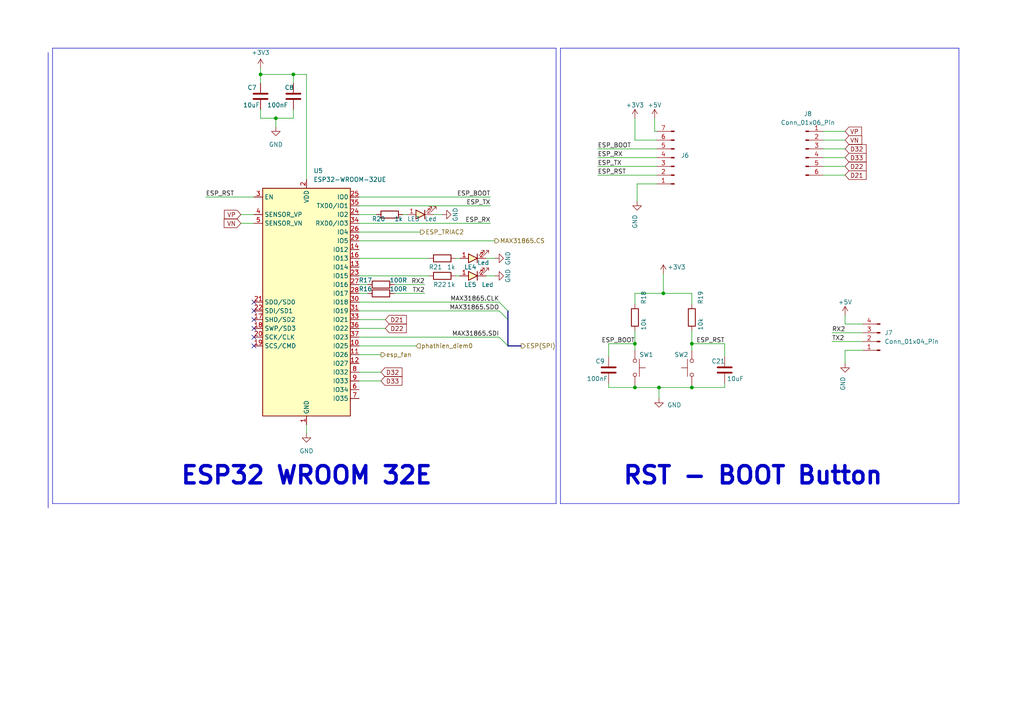
<source format=kicad_sch>
(kicad_sch (version 20230121) (generator eeschema)

  (uuid 549a029f-1dbd-410a-b0b8-9c19f08cf4b8)

  (paper "A4")

  (title_block
    (title "Sơ đồ ESP32")
    (date "2024-06-25")
    (company "THIẾT KẾ, CHẾ TẠO BOARD MẠCH GIÁM SÁT NHIỆT ĐỘ VÀ ĐỘ ẨM CHO BUỒNG NHIỆT")
  )

  (lib_symbols
    (symbol "Connector:Conn_01x04_Pin" (pin_names (offset 1.016) hide) (in_bom yes) (on_board yes)
      (property "Reference" "J" (at 0 5.08 0)
        (effects (font (size 1.27 1.27)))
      )
      (property "Value" "Conn_01x04_Pin" (at 0 -7.62 0)
        (effects (font (size 1.27 1.27)))
      )
      (property "Footprint" "" (at 0 0 0)
        (effects (font (size 1.27 1.27)) hide)
      )
      (property "Datasheet" "~" (at 0 0 0)
        (effects (font (size 1.27 1.27)) hide)
      )
      (property "ki_locked" "" (at 0 0 0)
        (effects (font (size 1.27 1.27)))
      )
      (property "ki_keywords" "connector" (at 0 0 0)
        (effects (font (size 1.27 1.27)) hide)
      )
      (property "ki_description" "Generic connector, single row, 01x04, script generated" (at 0 0 0)
        (effects (font (size 1.27 1.27)) hide)
      )
      (property "ki_fp_filters" "Connector*:*_1x??_*" (at 0 0 0)
        (effects (font (size 1.27 1.27)) hide)
      )
      (symbol "Conn_01x04_Pin_1_1"
        (polyline
          (pts
            (xy 1.27 -5.08)
            (xy 0.8636 -5.08)
          )
          (stroke (width 0.1524) (type default))
          (fill (type none))
        )
        (polyline
          (pts
            (xy 1.27 -2.54)
            (xy 0.8636 -2.54)
          )
          (stroke (width 0.1524) (type default))
          (fill (type none))
        )
        (polyline
          (pts
            (xy 1.27 0)
            (xy 0.8636 0)
          )
          (stroke (width 0.1524) (type default))
          (fill (type none))
        )
        (polyline
          (pts
            (xy 1.27 2.54)
            (xy 0.8636 2.54)
          )
          (stroke (width 0.1524) (type default))
          (fill (type none))
        )
        (rectangle (start 0.8636 -4.953) (end 0 -5.207)
          (stroke (width 0.1524) (type default))
          (fill (type outline))
        )
        (rectangle (start 0.8636 -2.413) (end 0 -2.667)
          (stroke (width 0.1524) (type default))
          (fill (type outline))
        )
        (rectangle (start 0.8636 0.127) (end 0 -0.127)
          (stroke (width 0.1524) (type default))
          (fill (type outline))
        )
        (rectangle (start 0.8636 2.667) (end 0 2.413)
          (stroke (width 0.1524) (type default))
          (fill (type outline))
        )
        (pin passive line (at 5.08 2.54 180) (length 3.81)
          (name "Pin_1" (effects (font (size 1.27 1.27))))
          (number "1" (effects (font (size 1.27 1.27))))
        )
        (pin passive line (at 5.08 0 180) (length 3.81)
          (name "Pin_2" (effects (font (size 1.27 1.27))))
          (number "2" (effects (font (size 1.27 1.27))))
        )
        (pin passive line (at 5.08 -2.54 180) (length 3.81)
          (name "Pin_3" (effects (font (size 1.27 1.27))))
          (number "3" (effects (font (size 1.27 1.27))))
        )
        (pin passive line (at 5.08 -5.08 180) (length 3.81)
          (name "Pin_4" (effects (font (size 1.27 1.27))))
          (number "4" (effects (font (size 1.27 1.27))))
        )
      )
    )
    (symbol "Connector:Conn_01x06_Pin" (pin_names (offset 1.016) hide) (in_bom yes) (on_board yes)
      (property "Reference" "J" (at 0 7.62 0)
        (effects (font (size 1.27 1.27)))
      )
      (property "Value" "Conn_01x06_Pin" (at 0 -10.16 0)
        (effects (font (size 1.27 1.27)))
      )
      (property "Footprint" "" (at 0 0 0)
        (effects (font (size 1.27 1.27)) hide)
      )
      (property "Datasheet" "~" (at 0 0 0)
        (effects (font (size 1.27 1.27)) hide)
      )
      (property "ki_locked" "" (at 0 0 0)
        (effects (font (size 1.27 1.27)))
      )
      (property "ki_keywords" "connector" (at 0 0 0)
        (effects (font (size 1.27 1.27)) hide)
      )
      (property "ki_description" "Generic connector, single row, 01x06, script generated" (at 0 0 0)
        (effects (font (size 1.27 1.27)) hide)
      )
      (property "ki_fp_filters" "Connector*:*_1x??_*" (at 0 0 0)
        (effects (font (size 1.27 1.27)) hide)
      )
      (symbol "Conn_01x06_Pin_1_1"
        (polyline
          (pts
            (xy 1.27 -7.62)
            (xy 0.8636 -7.62)
          )
          (stroke (width 0.1524) (type default))
          (fill (type none))
        )
        (polyline
          (pts
            (xy 1.27 -5.08)
            (xy 0.8636 -5.08)
          )
          (stroke (width 0.1524) (type default))
          (fill (type none))
        )
        (polyline
          (pts
            (xy 1.27 -2.54)
            (xy 0.8636 -2.54)
          )
          (stroke (width 0.1524) (type default))
          (fill (type none))
        )
        (polyline
          (pts
            (xy 1.27 0)
            (xy 0.8636 0)
          )
          (stroke (width 0.1524) (type default))
          (fill (type none))
        )
        (polyline
          (pts
            (xy 1.27 2.54)
            (xy 0.8636 2.54)
          )
          (stroke (width 0.1524) (type default))
          (fill (type none))
        )
        (polyline
          (pts
            (xy 1.27 5.08)
            (xy 0.8636 5.08)
          )
          (stroke (width 0.1524) (type default))
          (fill (type none))
        )
        (rectangle (start 0.8636 -7.493) (end 0 -7.747)
          (stroke (width 0.1524) (type default))
          (fill (type outline))
        )
        (rectangle (start 0.8636 -4.953) (end 0 -5.207)
          (stroke (width 0.1524) (type default))
          (fill (type outline))
        )
        (rectangle (start 0.8636 -2.413) (end 0 -2.667)
          (stroke (width 0.1524) (type default))
          (fill (type outline))
        )
        (rectangle (start 0.8636 0.127) (end 0 -0.127)
          (stroke (width 0.1524) (type default))
          (fill (type outline))
        )
        (rectangle (start 0.8636 2.667) (end 0 2.413)
          (stroke (width 0.1524) (type default))
          (fill (type outline))
        )
        (rectangle (start 0.8636 5.207) (end 0 4.953)
          (stroke (width 0.1524) (type default))
          (fill (type outline))
        )
        (pin passive line (at 5.08 5.08 180) (length 3.81)
          (name "Pin_1" (effects (font (size 1.27 1.27))))
          (number "1" (effects (font (size 1.27 1.27))))
        )
        (pin passive line (at 5.08 2.54 180) (length 3.81)
          (name "Pin_2" (effects (font (size 1.27 1.27))))
          (number "2" (effects (font (size 1.27 1.27))))
        )
        (pin passive line (at 5.08 0 180) (length 3.81)
          (name "Pin_3" (effects (font (size 1.27 1.27))))
          (number "3" (effects (font (size 1.27 1.27))))
        )
        (pin passive line (at 5.08 -2.54 180) (length 3.81)
          (name "Pin_4" (effects (font (size 1.27 1.27))))
          (number "4" (effects (font (size 1.27 1.27))))
        )
        (pin passive line (at 5.08 -5.08 180) (length 3.81)
          (name "Pin_5" (effects (font (size 1.27 1.27))))
          (number "5" (effects (font (size 1.27 1.27))))
        )
        (pin passive line (at 5.08 -7.62 180) (length 3.81)
          (name "Pin_6" (effects (font (size 1.27 1.27))))
          (number "6" (effects (font (size 1.27 1.27))))
        )
      )
    )
    (symbol "Connector:Conn_01x07_Pin" (pin_names (offset 1.016) hide) (in_bom yes) (on_board yes)
      (property "Reference" "J" (at 0 10.16 0)
        (effects (font (size 1.27 1.27)))
      )
      (property "Value" "Conn_01x07_Pin" (at 0 -10.16 0)
        (effects (font (size 1.27 1.27)))
      )
      (property "Footprint" "" (at 0 0 0)
        (effects (font (size 1.27 1.27)) hide)
      )
      (property "Datasheet" "~" (at 0 0 0)
        (effects (font (size 1.27 1.27)) hide)
      )
      (property "ki_locked" "" (at 0 0 0)
        (effects (font (size 1.27 1.27)))
      )
      (property "ki_keywords" "connector" (at 0 0 0)
        (effects (font (size 1.27 1.27)) hide)
      )
      (property "ki_description" "Generic connector, single row, 01x07, script generated" (at 0 0 0)
        (effects (font (size 1.27 1.27)) hide)
      )
      (property "ki_fp_filters" "Connector*:*_1x??_*" (at 0 0 0)
        (effects (font (size 1.27 1.27)) hide)
      )
      (symbol "Conn_01x07_Pin_1_1"
        (polyline
          (pts
            (xy 1.27 -7.62)
            (xy 0.8636 -7.62)
          )
          (stroke (width 0.1524) (type default))
          (fill (type none))
        )
        (polyline
          (pts
            (xy 1.27 -5.08)
            (xy 0.8636 -5.08)
          )
          (stroke (width 0.1524) (type default))
          (fill (type none))
        )
        (polyline
          (pts
            (xy 1.27 -2.54)
            (xy 0.8636 -2.54)
          )
          (stroke (width 0.1524) (type default))
          (fill (type none))
        )
        (polyline
          (pts
            (xy 1.27 0)
            (xy 0.8636 0)
          )
          (stroke (width 0.1524) (type default))
          (fill (type none))
        )
        (polyline
          (pts
            (xy 1.27 2.54)
            (xy 0.8636 2.54)
          )
          (stroke (width 0.1524) (type default))
          (fill (type none))
        )
        (polyline
          (pts
            (xy 1.27 5.08)
            (xy 0.8636 5.08)
          )
          (stroke (width 0.1524) (type default))
          (fill (type none))
        )
        (polyline
          (pts
            (xy 1.27 7.62)
            (xy 0.8636 7.62)
          )
          (stroke (width 0.1524) (type default))
          (fill (type none))
        )
        (rectangle (start 0.8636 -7.493) (end 0 -7.747)
          (stroke (width 0.1524) (type default))
          (fill (type outline))
        )
        (rectangle (start 0.8636 -4.953) (end 0 -5.207)
          (stroke (width 0.1524) (type default))
          (fill (type outline))
        )
        (rectangle (start 0.8636 -2.413) (end 0 -2.667)
          (stroke (width 0.1524) (type default))
          (fill (type outline))
        )
        (rectangle (start 0.8636 0.127) (end 0 -0.127)
          (stroke (width 0.1524) (type default))
          (fill (type outline))
        )
        (rectangle (start 0.8636 2.667) (end 0 2.413)
          (stroke (width 0.1524) (type default))
          (fill (type outline))
        )
        (rectangle (start 0.8636 5.207) (end 0 4.953)
          (stroke (width 0.1524) (type default))
          (fill (type outline))
        )
        (rectangle (start 0.8636 7.747) (end 0 7.493)
          (stroke (width 0.1524) (type default))
          (fill (type outline))
        )
        (pin passive line (at 5.08 7.62 180) (length 3.81)
          (name "Pin_1" (effects (font (size 1.27 1.27))))
          (number "1" (effects (font (size 1.27 1.27))))
        )
        (pin passive line (at 5.08 5.08 180) (length 3.81)
          (name "Pin_2" (effects (font (size 1.27 1.27))))
          (number "2" (effects (font (size 1.27 1.27))))
        )
        (pin passive line (at 5.08 2.54 180) (length 3.81)
          (name "Pin_3" (effects (font (size 1.27 1.27))))
          (number "3" (effects (font (size 1.27 1.27))))
        )
        (pin passive line (at 5.08 0 180) (length 3.81)
          (name "Pin_4" (effects (font (size 1.27 1.27))))
          (number "4" (effects (font (size 1.27 1.27))))
        )
        (pin passive line (at 5.08 -2.54 180) (length 3.81)
          (name "Pin_5" (effects (font (size 1.27 1.27))))
          (number "5" (effects (font (size 1.27 1.27))))
        )
        (pin passive line (at 5.08 -5.08 180) (length 3.81)
          (name "Pin_6" (effects (font (size 1.27 1.27))))
          (number "6" (effects (font (size 1.27 1.27))))
        )
        (pin passive line (at 5.08 -7.62 180) (length 3.81)
          (name "Pin_7" (effects (font (size 1.27 1.27))))
          (number "7" (effects (font (size 1.27 1.27))))
        )
      )
    )
    (symbol "Device:C" (pin_numbers hide) (pin_names (offset 0.254)) (in_bom yes) (on_board yes)
      (property "Reference" "C" (at 0.635 2.54 0)
        (effects (font (size 1.27 1.27)) (justify left))
      )
      (property "Value" "C" (at 0.635 -2.54 0)
        (effects (font (size 1.27 1.27)) (justify left))
      )
      (property "Footprint" "" (at 0.9652 -3.81 0)
        (effects (font (size 1.27 1.27)) hide)
      )
      (property "Datasheet" "~" (at 0 0 0)
        (effects (font (size 1.27 1.27)) hide)
      )
      (property "ki_keywords" "cap capacitor" (at 0 0 0)
        (effects (font (size 1.27 1.27)) hide)
      )
      (property "ki_description" "Unpolarized capacitor" (at 0 0 0)
        (effects (font (size 1.27 1.27)) hide)
      )
      (property "ki_fp_filters" "C_*" (at 0 0 0)
        (effects (font (size 1.27 1.27)) hide)
      )
      (symbol "C_0_1"
        (polyline
          (pts
            (xy -2.032 -0.762)
            (xy 2.032 -0.762)
          )
          (stroke (width 0.508) (type default))
          (fill (type none))
        )
        (polyline
          (pts
            (xy -2.032 0.762)
            (xy 2.032 0.762)
          )
          (stroke (width 0.508) (type default))
          (fill (type none))
        )
      )
      (symbol "C_1_1"
        (pin passive line (at 0 3.81 270) (length 2.794)
          (name "~" (effects (font (size 1.27 1.27))))
          (number "1" (effects (font (size 1.27 1.27))))
        )
        (pin passive line (at 0 -3.81 90) (length 2.794)
          (name "~" (effects (font (size 1.27 1.27))))
          (number "2" (effects (font (size 1.27 1.27))))
        )
      )
    )
    (symbol "Device:R" (pin_numbers hide) (pin_names (offset 0)) (in_bom yes) (on_board yes)
      (property "Reference" "R" (at 2.032 0 90)
        (effects (font (size 1.27 1.27)))
      )
      (property "Value" "R" (at 0 0 90)
        (effects (font (size 1.27 1.27)))
      )
      (property "Footprint" "" (at -1.778 0 90)
        (effects (font (size 1.27 1.27)) hide)
      )
      (property "Datasheet" "~" (at 0 0 0)
        (effects (font (size 1.27 1.27)) hide)
      )
      (property "ki_keywords" "R res resistor" (at 0 0 0)
        (effects (font (size 1.27 1.27)) hide)
      )
      (property "ki_description" "Resistor" (at 0 0 0)
        (effects (font (size 1.27 1.27)) hide)
      )
      (property "ki_fp_filters" "R_*" (at 0 0 0)
        (effects (font (size 1.27 1.27)) hide)
      )
      (symbol "R_0_1"
        (rectangle (start -1.016 -2.54) (end 1.016 2.54)
          (stroke (width 0.254) (type default))
          (fill (type none))
        )
      )
      (symbol "R_1_1"
        (pin passive line (at 0 3.81 270) (length 1.27)
          (name "~" (effects (font (size 1.27 1.27))))
          (number "1" (effects (font (size 1.27 1.27))))
        )
        (pin passive line (at 0 -3.81 90) (length 1.27)
          (name "~" (effects (font (size 1.27 1.27))))
          (number "2" (effects (font (size 1.27 1.27))))
        )
      )
    )
    (symbol "IVS_SYMBOLS:Led" (in_bom yes) (on_board yes)
      (property "Reference" "LE" (at 0.508 -2.794 0)
        (effects (font (size 1.27 1.27)))
      )
      (property "Value" "Led" (at -0.254 2.794 0)
        (effects (font (size 1.27 1.27)))
      )
      (property "Footprint" "" (at 0.762 -0.254 0)
        (effects (font (size 1.27 1.27)) hide)
      )
      (property "Datasheet" "" (at 0.762 -0.254 0)
        (effects (font (size 1.27 1.27)) hide)
      )
      (symbol "Led_0_1"
        (polyline
          (pts
            (xy 0 -1.27)
            (xy 0 1.27)
          )
          (stroke (width 0.254) (type default))
          (fill (type none))
        )
        (polyline
          (pts
            (xy 2.54 -1.27)
            (xy 2.54 1.27)
            (xy 0 0)
            (xy 2.54 -1.27)
          )
          (stroke (width 0.254) (type default))
          (fill (type background))
        )
        (polyline
          (pts
            (xy -1.778 -0.762)
            (xy -3.302 -2.286)
            (xy -2.54 -2.286)
            (xy -3.302 -2.286)
            (xy -3.302 -1.524)
          )
          (stroke (width 0) (type default))
          (fill (type none))
        )
        (polyline
          (pts
            (xy -0.508 -0.762)
            (xy -2.032 -2.286)
            (xy -1.27 -2.286)
            (xy -2.032 -2.286)
            (xy -2.032 -1.524)
          )
          (stroke (width 0) (type default))
          (fill (type none))
        )
      )
      (symbol "Led_1_1"
        (pin passive line (at 5.08 0 180) (length 2.54)
          (name "" (effects (font (size 1.27 1.27))))
          (number "1" (effects (font (size 1.27 1.27))))
        )
        (pin passive line (at -2.54 0 0) (length 2.54)
          (name "" (effects (font (size 1.27 1.27))))
          (number "2" (effects (font (size 1.27 1.27))))
        )
      )
    )
    (symbol "RF_Module:ESP32-WROOM-32D" (in_bom yes) (on_board yes)
      (property "Reference" "U" (at -12.7 34.29 0)
        (effects (font (size 1.27 1.27)) (justify left))
      )
      (property "Value" "ESP32-WROOM-32D" (at 1.27 34.29 0)
        (effects (font (size 1.27 1.27)) (justify left))
      )
      (property "Footprint" "RF_Module:ESP32-WROOM-32D" (at 16.51 -34.29 0)
        (effects (font (size 1.27 1.27)) hide)
      )
      (property "Datasheet" "https://www.espressif.com/sites/default/files/documentation/esp32-wroom-32d_esp32-wroom-32u_datasheet_en.pdf" (at -7.62 1.27 0)
        (effects (font (size 1.27 1.27)) hide)
      )
      (property "ki_keywords" "RF Radio BT ESP ESP32 Espressif onboard PCB antenna" (at 0 0 0)
        (effects (font (size 1.27 1.27)) hide)
      )
      (property "ki_description" "RF Module, ESP32-D0WD SoC, Wi-Fi 802.11b/g/n, Bluetooth, BLE, 32-bit, 2.7-3.6V, onboard antenna, SMD" (at 0 0 0)
        (effects (font (size 1.27 1.27)) hide)
      )
      (property "ki_fp_filters" "ESP32?WROOM?32D*" (at 0 0 0)
        (effects (font (size 1.27 1.27)) hide)
      )
      (symbol "ESP32-WROOM-32D_0_1"
        (rectangle (start -12.7 33.02) (end 12.7 -33.02)
          (stroke (width 0.254) (type default))
          (fill (type background))
        )
      )
      (symbol "ESP32-WROOM-32D_1_1"
        (pin power_in line (at 0 -35.56 90) (length 2.54)
          (name "GND" (effects (font (size 1.27 1.27))))
          (number "1" (effects (font (size 1.27 1.27))))
        )
        (pin bidirectional line (at 15.24 -12.7 180) (length 2.54)
          (name "IO25" (effects (font (size 1.27 1.27))))
          (number "10" (effects (font (size 1.27 1.27))))
        )
        (pin bidirectional line (at 15.24 -15.24 180) (length 2.54)
          (name "IO26" (effects (font (size 1.27 1.27))))
          (number "11" (effects (font (size 1.27 1.27))))
        )
        (pin bidirectional line (at 15.24 -17.78 180) (length 2.54)
          (name "IO27" (effects (font (size 1.27 1.27))))
          (number "12" (effects (font (size 1.27 1.27))))
        )
        (pin bidirectional line (at 15.24 10.16 180) (length 2.54)
          (name "IO14" (effects (font (size 1.27 1.27))))
          (number "13" (effects (font (size 1.27 1.27))))
        )
        (pin bidirectional line (at 15.24 15.24 180) (length 2.54)
          (name "IO12" (effects (font (size 1.27 1.27))))
          (number "14" (effects (font (size 1.27 1.27))))
        )
        (pin passive line (at 0 -35.56 90) (length 2.54) hide
          (name "GND" (effects (font (size 1.27 1.27))))
          (number "15" (effects (font (size 1.27 1.27))))
        )
        (pin bidirectional line (at 15.24 12.7 180) (length 2.54)
          (name "IO13" (effects (font (size 1.27 1.27))))
          (number "16" (effects (font (size 1.27 1.27))))
        )
        (pin bidirectional line (at -15.24 -5.08 0) (length 2.54)
          (name "SHD/SD2" (effects (font (size 1.27 1.27))))
          (number "17" (effects (font (size 1.27 1.27))))
        )
        (pin bidirectional line (at -15.24 -7.62 0) (length 2.54)
          (name "SWP/SD3" (effects (font (size 1.27 1.27))))
          (number "18" (effects (font (size 1.27 1.27))))
        )
        (pin bidirectional line (at -15.24 -12.7 0) (length 2.54)
          (name "SCS/CMD" (effects (font (size 1.27 1.27))))
          (number "19" (effects (font (size 1.27 1.27))))
        )
        (pin power_in line (at 0 35.56 270) (length 2.54)
          (name "VDD" (effects (font (size 1.27 1.27))))
          (number "2" (effects (font (size 1.27 1.27))))
        )
        (pin bidirectional line (at -15.24 -10.16 0) (length 2.54)
          (name "SCK/CLK" (effects (font (size 1.27 1.27))))
          (number "20" (effects (font (size 1.27 1.27))))
        )
        (pin bidirectional line (at -15.24 0 0) (length 2.54)
          (name "SDO/SD0" (effects (font (size 1.27 1.27))))
          (number "21" (effects (font (size 1.27 1.27))))
        )
        (pin bidirectional line (at -15.24 -2.54 0) (length 2.54)
          (name "SDI/SD1" (effects (font (size 1.27 1.27))))
          (number "22" (effects (font (size 1.27 1.27))))
        )
        (pin bidirectional line (at 15.24 7.62 180) (length 2.54)
          (name "IO15" (effects (font (size 1.27 1.27))))
          (number "23" (effects (font (size 1.27 1.27))))
        )
        (pin bidirectional line (at 15.24 25.4 180) (length 2.54)
          (name "IO2" (effects (font (size 1.27 1.27))))
          (number "24" (effects (font (size 1.27 1.27))))
        )
        (pin bidirectional line (at 15.24 30.48 180) (length 2.54)
          (name "IO0" (effects (font (size 1.27 1.27))))
          (number "25" (effects (font (size 1.27 1.27))))
        )
        (pin bidirectional line (at 15.24 20.32 180) (length 2.54)
          (name "IO4" (effects (font (size 1.27 1.27))))
          (number "26" (effects (font (size 1.27 1.27))))
        )
        (pin bidirectional line (at 15.24 5.08 180) (length 2.54)
          (name "IO16" (effects (font (size 1.27 1.27))))
          (number "27" (effects (font (size 1.27 1.27))))
        )
        (pin bidirectional line (at 15.24 2.54 180) (length 2.54)
          (name "IO17" (effects (font (size 1.27 1.27))))
          (number "28" (effects (font (size 1.27 1.27))))
        )
        (pin bidirectional line (at 15.24 17.78 180) (length 2.54)
          (name "IO5" (effects (font (size 1.27 1.27))))
          (number "29" (effects (font (size 1.27 1.27))))
        )
        (pin input line (at -15.24 30.48 0) (length 2.54)
          (name "EN" (effects (font (size 1.27 1.27))))
          (number "3" (effects (font (size 1.27 1.27))))
        )
        (pin bidirectional line (at 15.24 0 180) (length 2.54)
          (name "IO18" (effects (font (size 1.27 1.27))))
          (number "30" (effects (font (size 1.27 1.27))))
        )
        (pin bidirectional line (at 15.24 -2.54 180) (length 2.54)
          (name "IO19" (effects (font (size 1.27 1.27))))
          (number "31" (effects (font (size 1.27 1.27))))
        )
        (pin no_connect line (at -12.7 -27.94 0) (length 2.54) hide
          (name "NC" (effects (font (size 1.27 1.27))))
          (number "32" (effects (font (size 1.27 1.27))))
        )
        (pin bidirectional line (at 15.24 -5.08 180) (length 2.54)
          (name "IO21" (effects (font (size 1.27 1.27))))
          (number "33" (effects (font (size 1.27 1.27))))
        )
        (pin bidirectional line (at 15.24 22.86 180) (length 2.54)
          (name "RXD0/IO3" (effects (font (size 1.27 1.27))))
          (number "34" (effects (font (size 1.27 1.27))))
        )
        (pin bidirectional line (at 15.24 27.94 180) (length 2.54)
          (name "TXD0/IO1" (effects (font (size 1.27 1.27))))
          (number "35" (effects (font (size 1.27 1.27))))
        )
        (pin bidirectional line (at 15.24 -7.62 180) (length 2.54)
          (name "IO22" (effects (font (size 1.27 1.27))))
          (number "36" (effects (font (size 1.27 1.27))))
        )
        (pin bidirectional line (at 15.24 -10.16 180) (length 2.54)
          (name "IO23" (effects (font (size 1.27 1.27))))
          (number "37" (effects (font (size 1.27 1.27))))
        )
        (pin passive line (at 0 -35.56 90) (length 2.54) hide
          (name "GND" (effects (font (size 1.27 1.27))))
          (number "38" (effects (font (size 1.27 1.27))))
        )
        (pin passive line (at 0 -35.56 90) (length 2.54) hide
          (name "GND" (effects (font (size 1.27 1.27))))
          (number "39" (effects (font (size 1.27 1.27))))
        )
        (pin input line (at -15.24 25.4 0) (length 2.54)
          (name "SENSOR_VP" (effects (font (size 1.27 1.27))))
          (number "4" (effects (font (size 1.27 1.27))))
        )
        (pin input line (at -15.24 22.86 0) (length 2.54)
          (name "SENSOR_VN" (effects (font (size 1.27 1.27))))
          (number "5" (effects (font (size 1.27 1.27))))
        )
        (pin input line (at 15.24 -25.4 180) (length 2.54)
          (name "IO34" (effects (font (size 1.27 1.27))))
          (number "6" (effects (font (size 1.27 1.27))))
        )
        (pin input line (at 15.24 -27.94 180) (length 2.54)
          (name "IO35" (effects (font (size 1.27 1.27))))
          (number "7" (effects (font (size 1.27 1.27))))
        )
        (pin bidirectional line (at 15.24 -20.32 180) (length 2.54)
          (name "IO32" (effects (font (size 1.27 1.27))))
          (number "8" (effects (font (size 1.27 1.27))))
        )
        (pin bidirectional line (at 15.24 -22.86 180) (length 2.54)
          (name "IO33" (effects (font (size 1.27 1.27))))
          (number "9" (effects (font (size 1.27 1.27))))
        )
      )
    )
    (symbol "Switch:SW_Push" (pin_numbers hide) (pin_names (offset 1.016) hide) (in_bom yes) (on_board yes)
      (property "Reference" "SW" (at 1.27 2.54 0)
        (effects (font (size 1.27 1.27)) (justify left))
      )
      (property "Value" "SW_Push" (at 0 -1.524 0)
        (effects (font (size 1.27 1.27)))
      )
      (property "Footprint" "" (at 0 5.08 0)
        (effects (font (size 1.27 1.27)) hide)
      )
      (property "Datasheet" "~" (at 0 5.08 0)
        (effects (font (size 1.27 1.27)) hide)
      )
      (property "ki_keywords" "switch normally-open pushbutton push-button" (at 0 0 0)
        (effects (font (size 1.27 1.27)) hide)
      )
      (property "ki_description" "Push button switch, generic, two pins" (at 0 0 0)
        (effects (font (size 1.27 1.27)) hide)
      )
      (symbol "SW_Push_0_1"
        (circle (center -2.032 0) (radius 0.508)
          (stroke (width 0) (type default))
          (fill (type none))
        )
        (polyline
          (pts
            (xy 0 1.27)
            (xy 0 3.048)
          )
          (stroke (width 0) (type default))
          (fill (type none))
        )
        (polyline
          (pts
            (xy 2.54 1.27)
            (xy -2.54 1.27)
          )
          (stroke (width 0) (type default))
          (fill (type none))
        )
        (circle (center 2.032 0) (radius 0.508)
          (stroke (width 0) (type default))
          (fill (type none))
        )
        (pin passive line (at -5.08 0 0) (length 2.54)
          (name "1" (effects (font (size 1.27 1.27))))
          (number "1" (effects (font (size 1.27 1.27))))
        )
        (pin passive line (at 5.08 0 180) (length 2.54)
          (name "2" (effects (font (size 1.27 1.27))))
          (number "2" (effects (font (size 1.27 1.27))))
        )
      )
    )
    (symbol "power:+3V3" (power) (pin_names (offset 0)) (in_bom yes) (on_board yes)
      (property "Reference" "#PWR" (at 0 -3.81 0)
        (effects (font (size 1.27 1.27)) hide)
      )
      (property "Value" "+3V3" (at 0 3.556 0)
        (effects (font (size 1.27 1.27)))
      )
      (property "Footprint" "" (at 0 0 0)
        (effects (font (size 1.27 1.27)) hide)
      )
      (property "Datasheet" "" (at 0 0 0)
        (effects (font (size 1.27 1.27)) hide)
      )
      (property "ki_keywords" "global power" (at 0 0 0)
        (effects (font (size 1.27 1.27)) hide)
      )
      (property "ki_description" "Power symbol creates a global label with name \"+3V3\"" (at 0 0 0)
        (effects (font (size 1.27 1.27)) hide)
      )
      (symbol "+3V3_0_1"
        (polyline
          (pts
            (xy -0.762 1.27)
            (xy 0 2.54)
          )
          (stroke (width 0) (type default))
          (fill (type none))
        )
        (polyline
          (pts
            (xy 0 0)
            (xy 0 2.54)
          )
          (stroke (width 0) (type default))
          (fill (type none))
        )
        (polyline
          (pts
            (xy 0 2.54)
            (xy 0.762 1.27)
          )
          (stroke (width 0) (type default))
          (fill (type none))
        )
      )
      (symbol "+3V3_1_1"
        (pin power_in line (at 0 0 90) (length 0) hide
          (name "+3V3" (effects (font (size 1.27 1.27))))
          (number "1" (effects (font (size 1.27 1.27))))
        )
      )
    )
    (symbol "power:+5V" (power) (pin_names (offset 0)) (in_bom yes) (on_board yes)
      (property "Reference" "#PWR" (at 0 -3.81 0)
        (effects (font (size 1.27 1.27)) hide)
      )
      (property "Value" "+5V" (at 0 3.556 0)
        (effects (font (size 1.27 1.27)))
      )
      (property "Footprint" "" (at 0 0 0)
        (effects (font (size 1.27 1.27)) hide)
      )
      (property "Datasheet" "" (at 0 0 0)
        (effects (font (size 1.27 1.27)) hide)
      )
      (property "ki_keywords" "global power" (at 0 0 0)
        (effects (font (size 1.27 1.27)) hide)
      )
      (property "ki_description" "Power symbol creates a global label with name \"+5V\"" (at 0 0 0)
        (effects (font (size 1.27 1.27)) hide)
      )
      (symbol "+5V_0_1"
        (polyline
          (pts
            (xy -0.762 1.27)
            (xy 0 2.54)
          )
          (stroke (width 0) (type default))
          (fill (type none))
        )
        (polyline
          (pts
            (xy 0 0)
            (xy 0 2.54)
          )
          (stroke (width 0) (type default))
          (fill (type none))
        )
        (polyline
          (pts
            (xy 0 2.54)
            (xy 0.762 1.27)
          )
          (stroke (width 0) (type default))
          (fill (type none))
        )
      )
      (symbol "+5V_1_1"
        (pin power_in line (at 0 0 90) (length 0) hide
          (name "+5V" (effects (font (size 1.27 1.27))))
          (number "1" (effects (font (size 1.27 1.27))))
        )
      )
    )
    (symbol "power:GND" (power) (pin_names (offset 0)) (in_bom yes) (on_board yes)
      (property "Reference" "#PWR" (at 0 -6.35 0)
        (effects (font (size 1.27 1.27)) hide)
      )
      (property "Value" "GND" (at 0 -3.81 0)
        (effects (font (size 1.27 1.27)))
      )
      (property "Footprint" "" (at 0 0 0)
        (effects (font (size 1.27 1.27)) hide)
      )
      (property "Datasheet" "" (at 0 0 0)
        (effects (font (size 1.27 1.27)) hide)
      )
      (property "ki_keywords" "global power" (at 0 0 0)
        (effects (font (size 1.27 1.27)) hide)
      )
      (property "ki_description" "Power symbol creates a global label with name \"GND\" , ground" (at 0 0 0)
        (effects (font (size 1.27 1.27)) hide)
      )
      (symbol "GND_0_1"
        (polyline
          (pts
            (xy 0 0)
            (xy 0 -1.27)
            (xy 1.27 -1.27)
            (xy 0 -2.54)
            (xy -1.27 -1.27)
            (xy 0 -1.27)
          )
          (stroke (width 0) (type default))
          (fill (type none))
        )
      )
      (symbol "GND_1_1"
        (pin power_in line (at 0 0 270) (length 0) hide
          (name "GND" (effects (font (size 1.27 1.27))))
          (number "1" (effects (font (size 1.27 1.27))))
        )
      )
    )
  )

  (junction (at 184.15 112.395) (diameter 0) (color 0 0 0 0)
    (uuid 058bad50-48e7-4b2f-9fcc-fadb052ff781)
  )
  (junction (at 200.66 99.695) (diameter 0) (color 0 0 0 0)
    (uuid 27d0c4ba-e83f-48ef-b574-4d7cbeb32c38)
  )
  (junction (at 192.405 85.09) (diameter 0) (color 0 0 0 0)
    (uuid 41a6d5ca-6180-426b-94b2-687f97f2b2d0)
  )
  (junction (at 80.01 34.29) (diameter 0) (color 0 0 0 0)
    (uuid 5bc618eb-f24a-4f0c-83fc-b19aa7331536)
  )
  (junction (at 75.565 21.59) (diameter 0) (color 0 0 0 0)
    (uuid 711bcd87-0ed1-4458-9724-5b1940084309)
  )
  (junction (at 200.66 112.395) (diameter 0) (color 0 0 0 0)
    (uuid a426ee5f-0647-43d4-bb51-82ce8b2c57e4)
  )
  (junction (at 191.135 112.395) (diameter 0) (color 0 0 0 0)
    (uuid b6f91748-2611-4099-a0ff-244c8f253229)
  )
  (junction (at 85.09 21.59) (diameter 0) (color 0 0 0 0)
    (uuid ddfb9c66-abdb-4a85-9010-0bc28a6e46b1)
  )
  (junction (at 184.15 99.695) (diameter 0) (color 0 0 0 0)
    (uuid fa4254fa-83c2-43e8-8b47-b68c6710d10e)
  )

  (no_connect (at 73.66 95.25) (uuid 4c47cc40-e5f0-4057-9a6f-561709ab8c70))
  (no_connect (at 73.66 97.79) (uuid 672845ce-784f-4cd5-913f-06bb57019924))
  (no_connect (at 73.66 87.63) (uuid ed28debd-99f7-4e28-a283-c82baf7f3f86))
  (no_connect (at 73.66 92.71) (uuid fd17ab95-ccc2-4cec-ab93-07eb132685a8))
  (no_connect (at 73.66 100.33) (uuid fe39303b-d348-41e0-bf3b-6fa50d362ddd))
  (no_connect (at 73.66 90.17) (uuid ff9c238b-2812-4acd-b5f7-1145683450ea))

  (bus_entry (at 144.78 97.79) (size 2.54 2.54)
    (stroke (width 0) (type default))
    (uuid 453f6d9b-4cdc-4655-a142-523037a9bef1)
  )
  (bus_entry (at 144.78 90.17) (size 2.54 2.54)
    (stroke (width 0) (type default))
    (uuid 77e9b3af-e579-44ae-a9b6-31f3b781041f)
  )
  (bus_entry (at 144.78 87.63) (size 2.54 2.54)
    (stroke (width 0) (type default))
    (uuid ae21b258-fed5-480c-9386-2c051f5b5fdc)
  )

  (wire (pts (xy 184.15 112.395) (xy 191.135 112.395))
    (stroke (width 0) (type default))
    (uuid 054e3bb1-7f9a-48e1-ad57-f3e7cde11ad0)
  )
  (wire (pts (xy 104.14 107.95) (xy 110.49 107.95))
    (stroke (width 0) (type default))
    (uuid 05b03b34-eed5-421a-8552-bf2bcd744a38)
  )
  (wire (pts (xy 184.15 88.265) (xy 184.15 85.09))
    (stroke (width 0) (type default))
    (uuid 0835aa96-e569-49cf-afff-e00c2987244e)
  )
  (wire (pts (xy 184.15 111.76) (xy 184.15 112.395))
    (stroke (width 0) (type default))
    (uuid 096c98ee-f722-4459-8964-9d248320d370)
  )
  (wire (pts (xy 104.14 87.63) (xy 144.78 87.63))
    (stroke (width 0) (type default))
    (uuid 0a06771e-c005-41aa-b7f3-cd060892b221)
  )
  (wire (pts (xy 184.15 40.64) (xy 190.5 40.64))
    (stroke (width 0) (type default))
    (uuid 0da910ab-5b62-4373-b677-6719d08c1c3c)
  )
  (wire (pts (xy 176.53 99.695) (xy 176.53 103.505))
    (stroke (width 0) (type default))
    (uuid 0e9be787-5e97-49ee-9db9-14a6ad43e0a8)
  )
  (wire (pts (xy 114.3 82.55) (xy 123.19 82.55))
    (stroke (width 0) (type default))
    (uuid 0f02af0b-9787-44af-a08d-2869bfd0f572)
  )
  (polyline (pts (xy 162.56 146.05) (xy 278.13 146.05))
    (stroke (width 0) (type default))
    (uuid 14375254-1796-4376-a361-51ba5a33e8f0)
  )

  (wire (pts (xy 184.15 95.885) (xy 184.15 99.695))
    (stroke (width 0) (type default))
    (uuid 17901fe2-c2e0-4bd6-89d4-2759cab1a0dd)
  )
  (wire (pts (xy 104.14 92.71) (xy 111.76 92.71))
    (stroke (width 0) (type default))
    (uuid 17acd10d-b5a0-4117-9e17-556bfc4a30d7)
  )
  (wire (pts (xy 200.66 88.265) (xy 200.66 85.09))
    (stroke (width 0) (type default))
    (uuid 18ba1fee-259f-4cc4-a152-ee8af579fd8b)
  )
  (polyline (pts (xy 15.24 146.05) (xy 161.29 146.05))
    (stroke (width 0) (type default))
    (uuid 1c11cf94-4048-4b65-b004-325f44793985)
  )

  (wire (pts (xy 210.185 103.505) (xy 210.185 99.695))
    (stroke (width 0) (type default))
    (uuid 1d5d6935-38f2-411c-8fd5-83a0d394f934)
  )
  (wire (pts (xy 173.355 50.8) (xy 190.5 50.8))
    (stroke (width 0) (type default))
    (uuid 21571868-82d3-4dc3-8ac6-9b3f0fe619c6)
  )
  (wire (pts (xy 192.405 79.375) (xy 192.405 85.09))
    (stroke (width 0) (type default))
    (uuid 227361dd-a758-412b-b39b-e453c102b247)
  )
  (wire (pts (xy 140.97 74.93) (xy 143.51 74.93))
    (stroke (width 0) (type default))
    (uuid 2782eedf-560c-4f24-8271-25358c02b1bc)
  )
  (wire (pts (xy 104.14 85.09) (xy 106.68 85.09))
    (stroke (width 0) (type default))
    (uuid 2a504145-b175-47ad-8f6f-014e6fdf581c)
  )
  (wire (pts (xy 75.565 34.29) (xy 80.01 34.29))
    (stroke (width 0) (type default))
    (uuid 2a83561b-8dad-49cb-86f6-fe21b1eb29c3)
  )
  (wire (pts (xy 80.01 34.29) (xy 85.09 34.29))
    (stroke (width 0) (type default))
    (uuid 2c169cb3-4b44-4e30-b4ca-ac5e26a38bd5)
  )
  (polyline (pts (xy 161.29 13.97) (xy 161.29 146.05))
    (stroke (width 0) (type default))
    (uuid 2cbe1d1c-e6d3-4122-8c03-09d65bedd8c9)
  )

  (wire (pts (xy 191.135 112.395) (xy 191.135 115.57))
    (stroke (width 0) (type default))
    (uuid 2d71f869-2b46-42c5-9918-9faa16c532d2)
  )
  (wire (pts (xy 238.76 45.72) (xy 245.11 45.72))
    (stroke (width 0) (type default))
    (uuid 2d9c7d91-70ee-427b-856b-32d1d78625c9)
  )
  (wire (pts (xy 104.14 102.87) (xy 110.49 102.87))
    (stroke (width 0) (type default))
    (uuid 2f18b3de-8daf-470c-860d-deda0fa95751)
  )
  (wire (pts (xy 200.66 99.695) (xy 200.66 101.6))
    (stroke (width 0) (type default))
    (uuid 2f254144-6595-4d53-bb0d-38dbd41a96b4)
  )
  (wire (pts (xy 104.14 62.23) (xy 109.22 62.23))
    (stroke (width 0) (type default))
    (uuid 32dca7f9-8c86-4e12-872b-4c5bac6eceef)
  )
  (wire (pts (xy 189.865 38.1) (xy 190.5 38.1))
    (stroke (width 0) (type default))
    (uuid 39b2a739-3269-4345-b926-0a1706cb0746)
  )
  (wire (pts (xy 245.11 101.6) (xy 245.11 105.41))
    (stroke (width 0) (type default))
    (uuid 3e01cc82-b8f5-4e96-99a6-9feac3ec9ab9)
  )
  (wire (pts (xy 75.565 31.75) (xy 75.565 34.29))
    (stroke (width 0) (type default))
    (uuid 3e065488-2832-4670-940d-de6d480ad0e8)
  )
  (wire (pts (xy 132.08 74.93) (xy 133.35 74.93))
    (stroke (width 0) (type default))
    (uuid 43a5285f-3de0-4ed8-809a-c8a448806484)
  )
  (wire (pts (xy 104.14 100.33) (xy 120.65 100.33))
    (stroke (width 0) (type default))
    (uuid 46ee7091-0106-4cae-a506-3aa41a7ab394)
  )
  (wire (pts (xy 184.15 85.09) (xy 192.405 85.09))
    (stroke (width 0) (type default))
    (uuid 474c608c-4b72-463a-a8e1-0e208fa8ecea)
  )
  (wire (pts (xy 200.66 95.885) (xy 200.66 99.695))
    (stroke (width 0) (type default))
    (uuid 4d504e77-faf8-4eb7-818a-da4cb3b903ea)
  )
  (wire (pts (xy 200.66 112.395) (xy 210.185 112.395))
    (stroke (width 0) (type default))
    (uuid 50a0051d-1db4-4eb2-b5d9-601864cf1b2b)
  )
  (wire (pts (xy 189.865 34.29) (xy 189.865 38.1))
    (stroke (width 0) (type default))
    (uuid 52f00777-0e7c-4223-8446-522ead57a3e1)
  )
  (wire (pts (xy 104.14 57.15) (xy 142.24 57.15))
    (stroke (width 0) (type default))
    (uuid 58a85d86-07d1-41ab-86fe-e8b15c527dc6)
  )
  (polyline (pts (xy 13.97 15.24) (xy 13.97 147.32))
    (stroke (width 0) (type default))
    (uuid 5a81e217-9f7d-462a-88b2-77ae39486c69)
  )

  (wire (pts (xy 104.14 110.49) (xy 110.49 110.49))
    (stroke (width 0) (type default))
    (uuid 5c619048-401d-44fc-83f7-ca4522b9e490)
  )
  (wire (pts (xy 238.76 40.64) (xy 245.11 40.64))
    (stroke (width 0) (type default))
    (uuid 60944d91-1abc-4fe1-9f50-2c5d924e7f23)
  )
  (wire (pts (xy 250.19 99.06) (xy 241.3 99.06))
    (stroke (width 0) (type default))
    (uuid 65286fd1-dd89-4c48-a9a8-61032d0e3ec1)
  )
  (polyline (pts (xy 278.13 13.97) (xy 162.56 13.97))
    (stroke (width 0) (type default))
    (uuid 676748e8-3459-4c8b-8532-572dd510375c)
  )

  (wire (pts (xy 176.53 112.395) (xy 184.15 112.395))
    (stroke (width 0) (type default))
    (uuid 6812f1ed-cef6-4c4f-8269-42bd60736acd)
  )
  (wire (pts (xy 85.09 21.59) (xy 88.9 21.59))
    (stroke (width 0) (type default))
    (uuid 6aa1e799-c24a-4860-8877-932f1f2040c4)
  )
  (wire (pts (xy 114.3 85.09) (xy 123.19 85.09))
    (stroke (width 0) (type default))
    (uuid 6f3e9a57-9a08-4d6b-bcce-67988630f97a)
  )
  (wire (pts (xy 176.53 99.695) (xy 184.15 99.695))
    (stroke (width 0) (type default))
    (uuid 72c7da11-0042-4045-bff1-77cf21430744)
  )
  (wire (pts (xy 88.9 21.59) (xy 88.9 52.07))
    (stroke (width 0) (type default))
    (uuid 74e07436-8cc5-441e-8b53-59a94f123c63)
  )
  (wire (pts (xy 75.565 19.685) (xy 75.565 21.59))
    (stroke (width 0) (type default))
    (uuid 750d980b-8b8a-4921-8fe3-640695e974a3)
  )
  (wire (pts (xy 184.785 58.42) (xy 184.785 53.34))
    (stroke (width 0) (type default))
    (uuid 7760ad52-db0d-4dca-880b-bd1d6673de2d)
  )
  (wire (pts (xy 69.85 64.77) (xy 73.66 64.77))
    (stroke (width 0) (type default))
    (uuid 798ff89d-d8de-4c34-be05-4975de43e3ba)
  )
  (wire (pts (xy 104.14 59.69) (xy 142.24 59.69))
    (stroke (width 0) (type default))
    (uuid 79a8361e-12ec-43dd-96c8-fd581ea3bcfb)
  )
  (wire (pts (xy 238.76 38.1) (xy 245.11 38.1))
    (stroke (width 0) (type default))
    (uuid 7ba8498e-5470-4e1a-9d1e-f17ae6fe101f)
  )
  (wire (pts (xy 250.19 101.6) (xy 245.11 101.6))
    (stroke (width 0) (type default))
    (uuid 7ebf12fb-b345-4300-8ab5-a1256fd63423)
  )
  (wire (pts (xy 132.08 80.01) (xy 133.35 80.01))
    (stroke (width 0) (type default))
    (uuid 87826700-ae7e-4e70-bdb9-3a7761812751)
  )
  (wire (pts (xy 125.73 62.23) (xy 128.27 62.23))
    (stroke (width 0) (type default))
    (uuid 88c1905f-110b-4941-8d14-b2b9ce90b0b2)
  )
  (wire (pts (xy 200.66 99.695) (xy 210.185 99.695))
    (stroke (width 0) (type default))
    (uuid 8977b4ed-5ef3-473b-b484-a6dd457d4584)
  )
  (wire (pts (xy 104.14 74.93) (xy 124.46 74.93))
    (stroke (width 0) (type default))
    (uuid 9189347d-59d4-4721-b1c4-2d33d10ea4ce)
  )
  (polyline (pts (xy 162.56 13.97) (xy 162.56 146.05))
    (stroke (width 0) (type default))
    (uuid 91f35ca7-802b-41e6-9b37-4eb78955fe50)
  )

  (bus (pts (xy 147.32 92.71) (xy 147.32 100.33))
    (stroke (width 0) (type default))
    (uuid 9699ff53-f242-4e27-979d-cf1564eed068)
  )

  (wire (pts (xy 85.09 31.75) (xy 85.09 34.29))
    (stroke (width 0) (type default))
    (uuid 990d0a59-ea3a-4cff-b8a9-3ca1abadb612)
  )
  (wire (pts (xy 104.14 97.79) (xy 144.78 97.79))
    (stroke (width 0) (type default))
    (uuid 9da068eb-e925-4890-a9f0-6ad65a42de7d)
  )
  (wire (pts (xy 245.11 93.98) (xy 245.11 91.44))
    (stroke (width 0) (type default))
    (uuid 9dad70ef-2ed3-4427-b849-19d304cd1281)
  )
  (wire (pts (xy 116.84 62.23) (xy 118.11 62.23))
    (stroke (width 0) (type default))
    (uuid 9ef879ab-0476-4ab3-b799-2c2c0ec5f8d6)
  )
  (wire (pts (xy 59.69 57.15) (xy 73.66 57.15))
    (stroke (width 0) (type default))
    (uuid 9fb2e68b-a932-4a09-9420-f6ba89a340bd)
  )
  (wire (pts (xy 238.76 43.18) (xy 245.11 43.18))
    (stroke (width 0) (type default))
    (uuid a32cbc2d-8ae3-4e80-b0bd-f1c236820068)
  )
  (wire (pts (xy 173.355 43.18) (xy 190.5 43.18))
    (stroke (width 0) (type default))
    (uuid abb82355-b28e-422b-8676-24c145d2c673)
  )
  (wire (pts (xy 250.19 96.52) (xy 241.3 96.52))
    (stroke (width 0) (type default))
    (uuid af8e18ae-d013-46ec-a6fa-f315030330c7)
  )
  (wire (pts (xy 80.01 34.29) (xy 80.01 36.83))
    (stroke (width 0) (type default))
    (uuid b05f2555-6078-461a-89a8-9bac77ec2530)
  )
  (wire (pts (xy 184.785 53.34) (xy 190.5 53.34))
    (stroke (width 0) (type default))
    (uuid b0c13852-5316-4e73-a8c2-738bf3bd9462)
  )
  (wire (pts (xy 191.135 112.395) (xy 200.66 112.395))
    (stroke (width 0) (type default))
    (uuid b95d9a1b-90a4-4bd5-9950-a2d24ffe15ca)
  )
  (wire (pts (xy 184.15 34.29) (xy 184.15 40.64))
    (stroke (width 0) (type default))
    (uuid b9ec8004-9159-4566-a22e-42b91688b6f5)
  )
  (wire (pts (xy 75.565 21.59) (xy 85.09 21.59))
    (stroke (width 0) (type default))
    (uuid ba79568e-0fde-4177-93c1-d557cb278e5a)
  )
  (wire (pts (xy 210.185 111.125) (xy 210.185 112.395))
    (stroke (width 0) (type default))
    (uuid bd4e6e14-fe4b-4e54-8641-324f730787d2)
  )
  (polyline (pts (xy 278.13 13.97) (xy 278.13 146.05))
    (stroke (width 0) (type default))
    (uuid be22c7dd-5643-4bd0-8d29-b7cb47ce0c42)
  )

  (wire (pts (xy 104.14 95.25) (xy 111.76 95.25))
    (stroke (width 0) (type default))
    (uuid c06b2707-6c5a-40f5-96f9-171f6d1b7d0f)
  )
  (polyline (pts (xy 15.24 13.97) (xy 15.24 146.05))
    (stroke (width 0) (type default))
    (uuid c0b8b0d8-7b64-42c1-8a53-b73ee3b013e9)
  )
  (polyline (pts (xy 161.29 13.97) (xy 15.24 13.97))
    (stroke (width 0) (type default))
    (uuid c367daf5-76c7-4d39-92a8-b6f3dd302b5a)
  )

  (bus (pts (xy 147.32 90.17) (xy 147.32 92.71))
    (stroke (width 0) (type default))
    (uuid c4661e0a-38e5-4704-aeea-0bc87908e949)
  )

  (wire (pts (xy 140.97 80.01) (xy 143.51 80.01))
    (stroke (width 0) (type default))
    (uuid c4d26804-a471-4e73-b448-4ca46df62a10)
  )
  (bus (pts (xy 147.32 100.33) (xy 151.13 100.33))
    (stroke (width 0) (type default))
    (uuid c71a2c65-8997-434f-9d1b-5aaa119c3418)
  )

  (wire (pts (xy 104.14 67.31) (xy 121.92 67.31))
    (stroke (width 0) (type default))
    (uuid c737cff7-d5a7-4157-a161-01b0324383f2)
  )
  (wire (pts (xy 104.14 69.85) (xy 143.51 69.85))
    (stroke (width 0) (type default))
    (uuid c73c2712-b6ee-410c-adc7-f359373c9544)
  )
  (wire (pts (xy 184.15 99.695) (xy 184.15 101.6))
    (stroke (width 0) (type default))
    (uuid ca70d553-0c58-46c3-93b8-e6682f493002)
  )
  (wire (pts (xy 104.14 64.77) (xy 142.24 64.77))
    (stroke (width 0) (type default))
    (uuid ced8a252-f70a-444b-b42c-4e48658c31de)
  )
  (wire (pts (xy 75.565 21.59) (xy 75.565 24.13))
    (stroke (width 0) (type default))
    (uuid d29ed635-94fd-4641-8583-52bd5b003d80)
  )
  (wire (pts (xy 192.405 85.09) (xy 200.66 85.09))
    (stroke (width 0) (type default))
    (uuid d4a97a42-6987-45ff-a276-1e7388a8d3df)
  )
  (wire (pts (xy 200.66 111.76) (xy 200.66 112.395))
    (stroke (width 0) (type default))
    (uuid dc8d5c37-af66-4009-b730-d9665085d8b7)
  )
  (wire (pts (xy 173.355 45.72) (xy 190.5 45.72))
    (stroke (width 0) (type default))
    (uuid dc9d1fcb-3182-4576-8976-462b1ea05bfd)
  )
  (wire (pts (xy 176.53 111.125) (xy 176.53 112.395))
    (stroke (width 0) (type default))
    (uuid e3043efb-3b02-4acc-ba45-5433fc99cef1)
  )
  (wire (pts (xy 85.09 21.59) (xy 85.09 24.13))
    (stroke (width 0) (type default))
    (uuid e43282fe-5938-4208-8596-d7adda2ab512)
  )
  (wire (pts (xy 104.14 90.17) (xy 144.78 90.17))
    (stroke (width 0) (type default))
    (uuid e917a9d9-6586-4e20-a38e-0c82380a7fde)
  )
  (wire (pts (xy 104.14 80.01) (xy 124.46 80.01))
    (stroke (width 0) (type default))
    (uuid eac7e655-f4d0-48ee-bbdb-fcb95d1aa830)
  )
  (wire (pts (xy 238.76 50.8) (xy 245.11 50.8))
    (stroke (width 0) (type default))
    (uuid ec65dbc5-202b-47b3-be37-1335097ae6f6)
  )
  (wire (pts (xy 238.76 48.26) (xy 245.11 48.26))
    (stroke (width 0) (type default))
    (uuid ecf430e7-b7a2-4738-a88a-b266c772c5a0)
  )
  (wire (pts (xy 250.19 93.98) (xy 245.11 93.98))
    (stroke (width 0) (type default))
    (uuid ef356866-ba0a-4b87-8f3e-53d7ad19b30d)
  )
  (wire (pts (xy 88.9 123.19) (xy 88.9 125.73))
    (stroke (width 0) (type default))
    (uuid f3ed58fd-3e1e-402b-9162-19e9ef784c5e)
  )
  (wire (pts (xy 69.85 62.23) (xy 73.66 62.23))
    (stroke (width 0) (type default))
    (uuid f73aa435-6522-4ffb-8336-affa23b0062a)
  )
  (wire (pts (xy 173.355 48.26) (xy 190.5 48.26))
    (stroke (width 0) (type default))
    (uuid faa1b71e-6d94-414b-89b8-fecec394bee8)
  )
  (wire (pts (xy 106.68 82.55) (xy 104.14 82.55))
    (stroke (width 0) (type default))
    (uuid fff6f76d-cb62-4784-8c58-d150497d3208)
  )

  (text "ESP32 WROOM 32E" (at 52.07 140.97 0)
    (effects (font (size 5 5) (thickness 1) bold) (justify left bottom))
    (uuid 27224778-8ab0-41fe-8fbd-c18b2ebce9a7)
  )
  (text "RST - BOOT Button" (at 180.34 140.97 0)
    (effects (font (size 5 5) bold) (justify left bottom))
    (uuid a6a0a162-1778-438c-91bb-fea4d9a9d99d)
  )

  (label "TX2" (at 123.19 85.09 180) (fields_autoplaced)
    (effects (font (size 1.27 1.27)) (justify right bottom))
    (uuid 08889f24-24dc-431d-bbfc-3c170878b87c)
  )
  (label "RX2" (at 241.3 96.52 0) (fields_autoplaced)
    (effects (font (size 1.27 1.27)) (justify left bottom))
    (uuid 1919b49c-75f3-4ba7-a9fe-21cd9a54b045)
  )
  (label "ESP_BOOT" (at 142.24 57.15 180) (fields_autoplaced)
    (effects (font (size 1.27 1.27)) (justify right bottom))
    (uuid 24becf3a-f616-4af2-9a12-6b460e4551aa)
  )
  (label "MAX31865.SDO" (at 144.78 90.17 180) (fields_autoplaced)
    (effects (font (size 1.27 1.27)) (justify right bottom))
    (uuid 3cf6036a-f66d-4cb8-b3cb-80607349d80f)
  )
  (label "MAX31865.CLK" (at 144.78 87.63 180) (fields_autoplaced)
    (effects (font (size 1.27 1.27)) (justify right bottom))
    (uuid 48ddc125-6662-46ad-829f-19077def1620)
  )
  (label "ESP_RST" (at 210.185 99.695 180) (fields_autoplaced)
    (effects (font (size 1.27 1.27)) (justify right bottom))
    (uuid 4bb851c1-9644-4aed-81e2-4bb6d5b25488)
  )
  (label "ESP_RST" (at 173.355 50.8 0) (fields_autoplaced)
    (effects (font (size 1.27 1.27)) (justify left bottom))
    (uuid 6ae49b9d-55e1-4255-8bd7-ccc67100beb6)
  )
  (label "ESP_BOOT" (at 173.355 43.18 0) (fields_autoplaced)
    (effects (font (size 1.27 1.27)) (justify left bottom))
    (uuid 6d08cd8e-83fa-4301-96f4-f7822a42e92b)
  )
  (label "RX2" (at 123.19 82.55 180) (fields_autoplaced)
    (effects (font (size 1.27 1.27)) (justify right bottom))
    (uuid 7e4dbc16-ac25-40e4-b1c8-136cfca18248)
  )
  (label "ESP_TX" (at 142.24 59.69 180) (fields_autoplaced)
    (effects (font (size 1.27 1.27)) (justify right bottom))
    (uuid 9ac8cfad-558a-4a26-abf2-64ccdf6f5780)
  )
  (label "ESP_TX" (at 173.355 48.26 0) (fields_autoplaced)
    (effects (font (size 1.27 1.27)) (justify left bottom))
    (uuid 9bccd6a3-50cf-4284-95a1-4a84aa145764)
  )
  (label "MAX31865.SDI" (at 144.78 97.79 180) (fields_autoplaced)
    (effects (font (size 1.27 1.27)) (justify right bottom))
    (uuid a2f25819-e4ef-431c-be3b-3226e18e7607)
  )
  (label "ESP_RX" (at 173.355 45.72 0) (fields_autoplaced)
    (effects (font (size 1.27 1.27)) (justify left bottom))
    (uuid a76572b8-d5fa-49e8-8eb2-8ed5c426220a)
  )
  (label "ESP_RX" (at 142.24 64.77 180) (fields_autoplaced)
    (effects (font (size 1.27 1.27)) (justify right bottom))
    (uuid a9f03a10-f298-490d-9704-2c3938ec73e0)
  )
  (label "TX2" (at 241.3 99.06 0) (fields_autoplaced)
    (effects (font (size 1.27 1.27)) (justify left bottom))
    (uuid c7d4f529-b2ea-4e15-90d1-6a35e598b743)
  )
  (label "ESP_BOOT" (at 184.15 99.695 180) (fields_autoplaced)
    (effects (font (size 1.27 1.27)) (justify right bottom))
    (uuid c954dab1-7c18-4317-bd23-304ebf7cd2ac)
  )
  (label "ESP_RST" (at 59.69 57.15 0) (fields_autoplaced)
    (effects (font (size 1.27 1.27)) (justify left bottom))
    (uuid eccb2225-e3d1-4cd3-a762-0b3294e50c83)
  )

  (global_label "D32" (shape input) (at 110.49 107.95 0) (fields_autoplaced)
    (effects (font (size 1.27 1.27)) (justify left))
    (uuid 10bce560-a50f-42b1-a51f-21618e965a18)
    (property "Intersheetrefs" "${INTERSHEET_REFS}" (at 117.1642 107.95 0)
      (effects (font (size 1.27 1.27)) (justify left) hide)
    )
  )
  (global_label "D33" (shape input) (at 245.11 45.72 0) (fields_autoplaced)
    (effects (font (size 1.27 1.27)) (justify left))
    (uuid 517bc936-5ef1-4287-bd7b-685e33c6badb)
    (property "Intersheetrefs" "${INTERSHEET_REFS}" (at 251.7842 45.72 0)
      (effects (font (size 1.27 1.27)) (justify left) hide)
    )
  )
  (global_label "D22" (shape input) (at 245.11 48.26 0) (fields_autoplaced)
    (effects (font (size 1.27 1.27)) (justify left))
    (uuid 547f6e08-91f5-4198-b58f-8031f0b64cd0)
    (property "Intersheetrefs" "${INTERSHEET_REFS}" (at 251.7842 48.26 0)
      (effects (font (size 1.27 1.27)) (justify left) hide)
    )
  )
  (global_label "D21" (shape input) (at 245.11 50.8 0) (fields_autoplaced)
    (effects (font (size 1.27 1.27)) (justify left))
    (uuid 7fd907ca-a01c-45ae-a399-d2fe44c1797e)
    (property "Intersheetrefs" "${INTERSHEET_REFS}" (at 251.7842 50.8 0)
      (effects (font (size 1.27 1.27)) (justify left) hide)
    )
  )
  (global_label "VP" (shape input) (at 69.85 62.23 180) (fields_autoplaced)
    (effects (font (size 1.27 1.27)) (justify right))
    (uuid 8b8f5178-c73b-49fd-8e1f-617392ebd218)
    (property "Intersheetrefs" "${INTERSHEET_REFS}" (at 64.5062 62.23 0)
      (effects (font (size 1.27 1.27)) (justify right) hide)
    )
  )
  (global_label "D32" (shape input) (at 245.11 43.18 0) (fields_autoplaced)
    (effects (font (size 1.27 1.27)) (justify left))
    (uuid 8c0ac7d7-ed58-498e-88ce-905f737eeb6b)
    (property "Intersheetrefs" "${INTERSHEET_REFS}" (at 251.7842 43.18 0)
      (effects (font (size 1.27 1.27)) (justify left) hide)
    )
  )
  (global_label "D33" (shape input) (at 110.49 110.49 0) (fields_autoplaced)
    (effects (font (size 1.27 1.27)) (justify left))
    (uuid 901745c1-27c6-4cc1-8642-57aca14548df)
    (property "Intersheetrefs" "${INTERSHEET_REFS}" (at 117.1642 110.49 0)
      (effects (font (size 1.27 1.27)) (justify left) hide)
    )
  )
  (global_label "VP" (shape input) (at 245.11 38.1 0) (fields_autoplaced)
    (effects (font (size 1.27 1.27)) (justify left))
    (uuid 9fed2d78-f478-46d9-ac8f-d99ea02dfd11)
    (property "Intersheetrefs" "${INTERSHEET_REFS}" (at 250.4538 38.1 0)
      (effects (font (size 1.27 1.27)) (justify left) hide)
    )
  )
  (global_label "D22" (shape input) (at 111.76 95.25 0) (fields_autoplaced)
    (effects (font (size 1.27 1.27)) (justify left))
    (uuid bfc9ef2b-a7f1-453b-861b-73064a650c7c)
    (property "Intersheetrefs" "${INTERSHEET_REFS}" (at 118.4342 95.25 0)
      (effects (font (size 1.27 1.27)) (justify left) hide)
    )
  )
  (global_label "VN" (shape input) (at 69.85 64.77 180) (fields_autoplaced)
    (effects (font (size 1.27 1.27)) (justify right))
    (uuid f07c22c8-692c-4d8c-a2c3-57ad67168faa)
    (property "Intersheetrefs" "${INTERSHEET_REFS}" (at 64.4457 64.77 0)
      (effects (font (size 1.27 1.27)) (justify right) hide)
    )
  )
  (global_label "D21" (shape input) (at 111.76 92.71 0) (fields_autoplaced)
    (effects (font (size 1.27 1.27)) (justify left))
    (uuid f4f79bf1-080f-46cc-be79-1f6662235659)
    (property "Intersheetrefs" "${INTERSHEET_REFS}" (at 118.4342 92.71 0)
      (effects (font (size 1.27 1.27)) (justify left) hide)
    )
  )
  (global_label "VN" (shape input) (at 245.11 40.64 0) (fields_autoplaced)
    (effects (font (size 1.27 1.27)) (justify left))
    (uuid f65585e3-442f-47ec-90b4-fcbe31610d35)
    (property "Intersheetrefs" "${INTERSHEET_REFS}" (at 250.5143 40.64 0)
      (effects (font (size 1.27 1.27)) (justify left) hide)
    )
  )

  (hierarchical_label "esp_fan" (shape output) (at 110.49 102.87 0) (fields_autoplaced)
    (effects (font (size 1.27 1.27)) (justify left))
    (uuid 18c8af4c-1e6c-4c6a-993b-4ed862dedfae)
  )
  (hierarchical_label "ESP(SPI)" (shape output) (at 151.13 100.33 0) (fields_autoplaced)
    (effects (font (size 1.27 1.27)) (justify left))
    (uuid 2968ddcc-d89f-4dfa-b0e3-e017f83670c4)
  )
  (hierarchical_label "phathien_diem0" (shape input) (at 120.65 100.33 0) (fields_autoplaced)
    (effects (font (size 1.27 1.27)) (justify left))
    (uuid a89a4fdf-1a7c-403b-908b-0bcadf49f60d)
  )
  (hierarchical_label "ESP_TRIAC2" (shape output) (at 121.92 67.31 0) (fields_autoplaced)
    (effects (font (size 1.27 1.27)) (justify left))
    (uuid d02d154d-c408-4cdb-9696-f0ca3d84a92d)
  )
  (hierarchical_label "MAX31865.CS" (shape output) (at 143.51 69.85 0) (fields_autoplaced)
    (effects (font (size 1.27 1.27)) (justify left))
    (uuid f84c374a-a615-42e0-bb10-d324f552fbfd)
  )

  (symbol (lib_id "Connector:Conn_01x06_Pin") (at 233.68 43.18 0) (unit 1)
    (in_bom yes) (on_board yes) (dnp no) (fields_autoplaced)
    (uuid 004051b9-cf8b-4f03-8da4-01fd7e2ac884)
    (property "Reference" "J8" (at 234.315 33.02 0)
      (effects (font (size 1.27 1.27)))
    )
    (property "Value" "Conn_01x06_Pin" (at 234.315 35.56 0)
      (effects (font (size 1.27 1.27)))
    )
    (property "Footprint" "TerminalBlock_Phoenix:TerminalBlock_Phoenix_PT-1,5-6-5.0-H_1x06_P5.00mm_Horizontal" (at 233.68 43.18 0)
      (effects (font (size 1.27 1.27)) hide)
    )
    (property "Datasheet" "~" (at 233.68 43.18 0)
      (effects (font (size 1.27 1.27)) hide)
    )
    (pin "3" (uuid 185aa696-e79f-4dc2-b0f2-5980bf05d1e7))
    (pin "1" (uuid aac88bf7-a87c-4596-99e5-8e63e68d5d2f))
    (pin "2" (uuid 9b42eb70-38cc-4d51-9dc2-55b400547fed))
    (pin "5" (uuid 0302e971-61f9-4aec-82e8-83d32d5a0ad9))
    (pin "4" (uuid d39e5fa6-26dd-4c9f-91c7-d02b43671bac))
    (pin "6" (uuid 1c56c0fa-6354-4c15-9ac8-89c4d151368e))
    (instances
      (project "board_dkth"
        (path "/14e92a84-6388-44e4-b74c-672e843051bb/7e1d0567-8369-4494-8191-ab8efa8b90ca"
          (reference "J8") (unit 1)
        )
      )
    )
  )

  (symbol (lib_id "Device:R") (at 184.15 92.075 0) (unit 1)
    (in_bom yes) (on_board yes) (dnp no)
    (uuid 0eef7902-a176-401a-8da9-69e0680109f0)
    (property "Reference" "R18" (at 186.69 88.265 90)
      (effects (font (size 1.27 1.27)) (justify left))
    )
    (property "Value" "10k" (at 186.69 95.885 90)
      (effects (font (size 1.27 1.27)) (justify left))
    )
    (property "Footprint" "IVS_FOOTPRINTS:R_0603" (at 182.372 92.075 90)
      (effects (font (size 1.27 1.27)) hide)
    )
    (property "Datasheet" "~" (at 184.15 92.075 0)
      (effects (font (size 1.27 1.27)) hide)
    )
    (pin "1" (uuid 81b60695-184d-4696-a34b-b06695657902))
    (pin "2" (uuid e28de4a5-b63d-476a-95ba-f0e06a0e16a3))
    (instances
      (project "board_dkth"
        (path "/14e92a84-6388-44e4-b74c-672e843051bb/7e1d0567-8369-4494-8191-ab8efa8b90ca"
          (reference "R18") (unit 1)
        )
      )
    )
  )

  (symbol (lib_id "Device:R") (at 110.49 85.09 90) (unit 1)
    (in_bom yes) (on_board yes) (dnp no)
    (uuid 15e359f4-5029-4ea2-b250-363a2fa9d259)
    (property "Reference" "R16" (at 107.95 83.82 90)
      (effects (font (size 1.27 1.27)) (justify left))
    )
    (property "Value" "100R" (at 118.11 83.82 90)
      (effects (font (size 1.27 1.27)) (justify left))
    )
    (property "Footprint" "IVS_FOOTPRINTS:R_0603" (at 110.49 86.868 90)
      (effects (font (size 1.27 1.27)) hide)
    )
    (property "Datasheet" "~" (at 110.49 85.09 0)
      (effects (font (size 1.27 1.27)) hide)
    )
    (pin "1" (uuid 2f12193b-8f95-4105-bf90-477adc0e139c))
    (pin "2" (uuid a1c0bdd6-3bb2-4101-9eff-5924b697dff7))
    (instances
      (project "board_dkth"
        (path "/14e92a84-6388-44e4-b74c-672e843051bb/7e1d0567-8369-4494-8191-ab8efa8b90ca"
          (reference "R16") (unit 1)
        )
      )
    )
  )

  (symbol (lib_id "Connector:Conn_01x07_Pin") (at 195.58 45.72 180) (unit 1)
    (in_bom yes) (on_board yes) (dnp no)
    (uuid 1603a37d-79fc-4294-92f0-e4b7fba36fdc)
    (property "Reference" "J6" (at 197.485 45.085 0)
      (effects (font (size 1.27 1.27)) (justify right))
    )
    (property "Value" "Conn_01x07_Pin" (at 197.485 43.815 0)
      (effects (font (size 1.27 1.27)) (justify right) hide)
    )
    (property "Footprint" "Connector_PinHeader_2.54mm:PinHeader_1x07_P2.54mm_Vertical" (at 195.58 45.72 0)
      (effects (font (size 1.27 1.27)) hide)
    )
    (property "Datasheet" "~" (at 195.58 45.72 0)
      (effects (font (size 1.27 1.27)) hide)
    )
    (pin "1" (uuid 457fa5cb-6d28-4156-971e-e21f51353013))
    (pin "2" (uuid 47e03060-9e15-4ce2-a610-b3b8a9c3e650))
    (pin "3" (uuid b96b9b9f-0394-4cc5-bdd1-99e33daa5ae4))
    (pin "4" (uuid 0b82545b-68a1-481c-9f04-1d838f2af034))
    (pin "5" (uuid 1aa73aaa-50dc-4bc2-9d87-cdba1d2de731))
    (pin "6" (uuid 6e5f5363-1e4c-4516-b272-89851134a89b))
    (pin "7" (uuid 69b6afcf-d1ba-478c-a10a-e421b837c9ac))
    (instances
      (project "board_dkth"
        (path "/14e92a84-6388-44e4-b74c-672e843051bb/7e1d0567-8369-4494-8191-ab8efa8b90ca"
          (reference "J6") (unit 1)
        )
      )
    )
  )

  (symbol (lib_id "Device:R") (at 200.66 92.075 0) (unit 1)
    (in_bom yes) (on_board yes) (dnp no)
    (uuid 2bb2ec34-3d30-4c66-90b1-7ce0929d21f3)
    (property "Reference" "R19" (at 203.2 88.265 90)
      (effects (font (size 1.27 1.27)) (justify left))
    )
    (property "Value" "10k" (at 203.2 95.885 90)
      (effects (font (size 1.27 1.27)) (justify left))
    )
    (property "Footprint" "IVS_FOOTPRINTS:R_0603" (at 198.882 92.075 90)
      (effects (font (size 1.27 1.27)) hide)
    )
    (property "Datasheet" "~" (at 200.66 92.075 0)
      (effects (font (size 1.27 1.27)) hide)
    )
    (pin "1" (uuid 616c86de-c003-44e2-8295-0cc232ff6e9c))
    (pin "2" (uuid 0af36fc1-2d65-40c0-a48b-2a655da2f995))
    (instances
      (project "board_dkth"
        (path "/14e92a84-6388-44e4-b74c-672e843051bb/7e1d0567-8369-4494-8191-ab8efa8b90ca"
          (reference "R19") (unit 1)
        )
      )
    )
  )

  (symbol (lib_id "power:GND") (at 143.51 74.93 90) (unit 1)
    (in_bom yes) (on_board yes) (dnp no)
    (uuid 31521894-d4e5-48f6-a060-8f61cbf2bba8)
    (property "Reference" "#PWR032" (at 149.86 74.93 0)
      (effects (font (size 1.27 1.27)) hide)
    )
    (property "Value" "GND" (at 147.32 74.93 0)
      (effects (font (size 1.27 1.27)))
    )
    (property "Footprint" "" (at 143.51 74.93 0)
      (effects (font (size 1.27 1.27)) hide)
    )
    (property "Datasheet" "" (at 143.51 74.93 0)
      (effects (font (size 1.27 1.27)) hide)
    )
    (pin "1" (uuid 442da989-23c4-4668-a440-29a101cc4aa0))
    (instances
      (project "board_dkth"
        (path "/14e92a84-6388-44e4-b74c-672e843051bb/7e1d0567-8369-4494-8191-ab8efa8b90ca"
          (reference "#PWR032") (unit 1)
        )
      )
    )
  )

  (symbol (lib_id "Device:C") (at 85.09 27.94 0) (unit 1)
    (in_bom yes) (on_board yes) (dnp no)
    (uuid 476082be-663b-451a-aba5-3cfa4489e542)
    (property "Reference" "C8" (at 82.55 25.4 0)
      (effects (font (size 1.27 1.27)) (justify left))
    )
    (property "Value" "100nF" (at 77.47 30.48 0)
      (effects (font (size 1.27 1.27)) (justify left))
    )
    (property "Footprint" "IVS_FOOTPRINTS:C_0603" (at 86.0552 31.75 0)
      (effects (font (size 1.27 1.27)) hide)
    )
    (property "Datasheet" "~" (at 85.09 27.94 0)
      (effects (font (size 1.27 1.27)) hide)
    )
    (pin "1" (uuid 7d9429a4-5dc3-4e4f-918d-4cbb614506d8))
    (pin "2" (uuid 66ec9057-5b00-4fe6-9dba-48c1ba466590))
    (instances
      (project "board_dkth"
        (path "/14e92a84-6388-44e4-b74c-672e843051bb/7e1d0567-8369-4494-8191-ab8efa8b90ca"
          (reference "C8") (unit 1)
        )
      )
    )
  )

  (symbol (lib_id "Device:R") (at 113.03 62.23 90) (unit 1)
    (in_bom yes) (on_board yes) (dnp no)
    (uuid 4b4f0ad9-4308-421d-ad13-6a8120c722bc)
    (property "Reference" "R20" (at 111.76 63.5 90)
      (effects (font (size 1.27 1.27)) (justify left))
    )
    (property "Value" "1k" (at 116.84 63.5 90)
      (effects (font (size 1.27 1.27)) (justify left))
    )
    (property "Footprint" "IVS_FOOTPRINTS:R_0603" (at 113.03 64.008 90)
      (effects (font (size 1.27 1.27)) hide)
    )
    (property "Datasheet" "~" (at 113.03 62.23 0)
      (effects (font (size 1.27 1.27)) hide)
    )
    (pin "1" (uuid fb63cc7f-f031-4382-95a2-9e782f606b97))
    (pin "2" (uuid 0139b63f-1353-4196-9501-7dcbcad9bba3))
    (instances
      (project "board_dkth"
        (path "/14e92a84-6388-44e4-b74c-672e843051bb/7e1d0567-8369-4494-8191-ab8efa8b90ca"
          (reference "R20") (unit 1)
        )
      )
    )
  )

  (symbol (lib_id "Device:R") (at 110.49 82.55 90) (unit 1)
    (in_bom yes) (on_board yes) (dnp no)
    (uuid 4ca13aef-1305-470e-a82b-418b3465adee)
    (property "Reference" "R17" (at 107.95 81.28 90)
      (effects (font (size 1.27 1.27)) (justify left))
    )
    (property "Value" "100R" (at 118.11 81.28 90)
      (effects (font (size 1.27 1.27)) (justify left))
    )
    (property "Footprint" "IVS_FOOTPRINTS:R_0603" (at 110.49 84.328 90)
      (effects (font (size 1.27 1.27)) hide)
    )
    (property "Datasheet" "~" (at 110.49 82.55 0)
      (effects (font (size 1.27 1.27)) hide)
    )
    (pin "1" (uuid 7a272c9b-30b1-40ab-8cb9-cdce22623476))
    (pin "2" (uuid e6e500f5-dfae-4e6e-9283-96efd59175d7))
    (instances
      (project "board_dkth"
        (path "/14e92a84-6388-44e4-b74c-672e843051bb/7e1d0567-8369-4494-8191-ab8efa8b90ca"
          (reference "R17") (unit 1)
        )
      )
    )
  )

  (symbol (lib_id "power:+3V3") (at 184.15 34.29 0) (unit 1)
    (in_bom yes) (on_board yes) (dnp no) (fields_autoplaced)
    (uuid 560d457e-2926-4d8c-adf0-baca78444cf3)
    (property "Reference" "#PWR023" (at 184.15 38.1 0)
      (effects (font (size 1.27 1.27)) hide)
    )
    (property "Value" "+3V3" (at 184.15 30.48 0)
      (effects (font (size 1.27 1.27)))
    )
    (property "Footprint" "" (at 184.15 34.29 0)
      (effects (font (size 1.27 1.27)) hide)
    )
    (property "Datasheet" "" (at 184.15 34.29 0)
      (effects (font (size 1.27 1.27)) hide)
    )
    (pin "1" (uuid 19686b4b-3273-4705-ae80-43229997c2c8))
    (instances
      (project "board_dkth"
        (path "/14e92a84-6388-44e4-b74c-672e843051bb/7e1d0567-8369-4494-8191-ab8efa8b90ca"
          (reference "#PWR023") (unit 1)
        )
      )
    )
  )

  (symbol (lib_id "IVS_SYMBOLS:Led") (at 138.43 80.01 180) (unit 1)
    (in_bom yes) (on_board yes) (dnp no)
    (uuid 583a2140-b948-49ed-bae0-d71bc61e22c1)
    (property "Reference" "LE5" (at 134.62 82.55 0)
      (effects (font (size 1.27 1.27)) (justify right))
    )
    (property "Value" "Led" (at 139.7 82.55 0)
      (effects (font (size 1.27 1.27)) (justify right))
    )
    (property "Footprint" "IVS_FOOTPRINTS:LED_0603" (at 137.668 79.756 0)
      (effects (font (size 1.27 1.27)) hide)
    )
    (property "Datasheet" "" (at 137.668 79.756 0)
      (effects (font (size 1.27 1.27)) hide)
    )
    (pin "1" (uuid 303422bd-5483-44f6-ac4a-b7bf9db01947))
    (pin "2" (uuid eea9445d-28db-4572-aa3a-d15a488cf4f6))
    (instances
      (project "board_dkth"
        (path "/14e92a84-6388-44e4-b74c-672e843051bb/7e1d0567-8369-4494-8191-ab8efa8b90ca"
          (reference "LE5") (unit 1)
        )
      )
    )
  )

  (symbol (lib_id "Device:C") (at 210.185 107.315 0) (unit 1)
    (in_bom yes) (on_board yes) (dnp no)
    (uuid 5abf7099-0598-4141-8801-9b36816bb326)
    (property "Reference" "C21" (at 206.375 104.775 0)
      (effects (font (size 1.27 1.27)) (justify left))
    )
    (property "Value" "10uF" (at 210.82 109.855 0)
      (effects (font (size 1.27 1.27)) (justify left))
    )
    (property "Footprint" "IVS_FOOTPRINTS:C_0603" (at 211.1502 111.125 0)
      (effects (font (size 1.27 1.27)) hide)
    )
    (property "Datasheet" "~" (at 210.185 107.315 0)
      (effects (font (size 1.27 1.27)) hide)
    )
    (pin "1" (uuid faadbb2b-4190-4906-bd4f-4411a104fe65))
    (pin "2" (uuid 99bd705a-391a-4844-8144-fabbf4539ebb))
    (instances
      (project "board_dkth"
        (path "/14e92a84-6388-44e4-b74c-672e843051bb/7e1d0567-8369-4494-8191-ab8efa8b90ca"
          (reference "C21") (unit 1)
        )
      )
    )
  )

  (symbol (lib_id "IVS_SYMBOLS:Led") (at 138.43 74.93 180) (unit 1)
    (in_bom yes) (on_board yes) (dnp no)
    (uuid 66298030-7cd5-449e-9dc6-ebb7f8dcf45e)
    (property "Reference" "LE4" (at 134.62 77.47 0)
      (effects (font (size 1.27 1.27)) (justify right))
    )
    (property "Value" "Led" (at 138.43 76.2 0)
      (effects (font (size 1.27 1.27)) (justify right))
    )
    (property "Footprint" "IVS_FOOTPRINTS:LED_0603" (at 137.668 74.676 0)
      (effects (font (size 1.27 1.27)) hide)
    )
    (property "Datasheet" "" (at 137.668 74.676 0)
      (effects (font (size 1.27 1.27)) hide)
    )
    (pin "1" (uuid 8807b356-7274-49c1-85a2-7548cb90b36d))
    (pin "2" (uuid 3c2536d3-a16f-48e4-a837-5413a4cbf74d))
    (instances
      (project "board_dkth"
        (path "/14e92a84-6388-44e4-b74c-672e843051bb/7e1d0567-8369-4494-8191-ab8efa8b90ca"
          (reference "LE4") (unit 1)
        )
      )
    )
  )

  (symbol (lib_id "RF_Module:ESP32-WROOM-32D") (at 88.9 87.63 0) (unit 1)
    (in_bom yes) (on_board yes) (dnp no) (fields_autoplaced)
    (uuid 73b51c22-5a4c-4949-b0d9-b5bcd096ce66)
    (property "Reference" "U5" (at 90.9194 49.53 0)
      (effects (font (size 1.27 1.27)) (justify left))
    )
    (property "Value" "ESP32-WROOM-32UE" (at 90.9194 52.07 0)
      (effects (font (size 1.27 1.27)) (justify left))
    )
    (property "Footprint" "RF_Module:ESP32-WROOM-32D" (at 88.9 125.73 0)
      (effects (font (size 1.27 1.27)) hide)
    )
    (property "Datasheet" "https://www.espressif.com/sites/default/files/documentation/esp32-wroom-32d_esp32-wroom-32u_datasheet_en.pdf" (at 81.28 86.36 0)
      (effects (font (size 1.27 1.27)) hide)
    )
    (pin "1" (uuid 95ed1056-1384-4964-abcc-3f6f34cbc6d0))
    (pin "10" (uuid e9928222-cb4c-49c9-bb85-d00d66ecce73))
    (pin "11" (uuid 77907d5f-8fcd-4642-a037-15358d039676))
    (pin "12" (uuid 9e271e33-1ede-4a68-a4ce-cac228bb4796))
    (pin "13" (uuid c27598ff-1b79-42e2-a517-ae3daf238e1d))
    (pin "14" (uuid a3270fce-093e-4216-9504-0051b0a00024))
    (pin "15" (uuid 6eec4dbe-eefe-481b-a5b7-a2f155f7be14))
    (pin "16" (uuid 54f310c4-58e5-4cbc-8019-1be365cb93c8))
    (pin "17" (uuid 9b6ddd07-60e5-43cf-aa0b-cee8c4ec0127))
    (pin "18" (uuid 3136b81b-689e-4b14-86af-4dd6088a05d1))
    (pin "19" (uuid 297b7bed-1750-406c-b964-236152c91c2d))
    (pin "2" (uuid 17ccc03d-1f03-4e53-bfb4-a8bac1cbc985))
    (pin "20" (uuid 8a11e9db-1b70-4d8f-b06d-bbee0f96d39d))
    (pin "21" (uuid a390f245-ceb5-4ac5-905b-4e5c5dceb2e3))
    (pin "22" (uuid ef612400-bbb5-45fd-8a5f-b69481868cbf))
    (pin "23" (uuid eca5fffa-bcea-453b-92ad-882169f9f311))
    (pin "24" (uuid fda02320-247d-42ec-8a64-874323e2fbfd))
    (pin "25" (uuid 7ee0ce39-03cf-42d9-aebb-68d8fd40304b))
    (pin "26" (uuid 5578e126-9efe-4b10-8ab1-9423b58ff54d))
    (pin "27" (uuid f31316cd-f4ed-4b08-bfa4-4318e8e86fd1))
    (pin "28" (uuid 2034227b-c9df-4e1f-8726-3278e59b2c63))
    (pin "29" (uuid 92c98488-a267-4529-8ce7-b4631dce7786))
    (pin "3" (uuid 66358882-ee81-4d24-99fc-f6b237980eb8))
    (pin "30" (uuid 6f54c0f4-7777-4fd2-978c-a534fe570dc1))
    (pin "31" (uuid b96cb855-33c3-4e96-b6ed-64f9d234fad3))
    (pin "32" (uuid cde34e42-2d8a-46a4-9c94-224e0be7b9de))
    (pin "33" (uuid 7b1a8a05-3f21-4229-acb9-5e31c1982406))
    (pin "34" (uuid 16c6480b-e8ae-48de-aa2f-a3b8e66b51ed))
    (pin "35" (uuid 90fafa3b-1d4f-4665-bf57-367231c4c93f))
    (pin "36" (uuid 13f5fb2b-503f-420a-9114-15049cede858))
    (pin "37" (uuid 7601a1a4-e030-4bec-b529-f79cfe5bd8fe))
    (pin "38" (uuid ed1c6b84-870f-45b2-b736-d49ed33834da))
    (pin "39" (uuid 2831788d-831c-46ea-aad0-af5fde82b601))
    (pin "4" (uuid 44980ca0-f712-48b4-80f8-4ffa2a71a614))
    (pin "5" (uuid 48333f39-5286-4883-9b78-dd0f3662ade5))
    (pin "6" (uuid 0f383097-b2c8-42ff-9daf-75a6e2a196ff))
    (pin "7" (uuid e5469151-8410-4c7f-b18d-8ec0405cd59e))
    (pin "8" (uuid 8334dc08-ed99-4f0a-b150-17a8db647d16))
    (pin "9" (uuid 59aa5063-f0da-44be-97a9-0ba393e1490b))
    (instances
      (project "board_dkth"
        (path "/14e92a84-6388-44e4-b74c-672e843051bb/7e1d0567-8369-4494-8191-ab8efa8b90ca"
          (reference "U5") (unit 1)
        )
      )
    )
  )

  (symbol (lib_id "power:+3V3") (at 75.565 19.685 0) (unit 1)
    (in_bom yes) (on_board yes) (dnp no)
    (uuid 79a8f572-725c-4c9d-95e7-f4b7a2c6bbdd)
    (property "Reference" "#PWR07" (at 75.565 23.495 0)
      (effects (font (size 1.27 1.27)) hide)
    )
    (property "Value" "+3V3" (at 75.565 15.24 0)
      (effects (font (size 1.27 1.27)))
    )
    (property "Footprint" "" (at 75.565 19.685 0)
      (effects (font (size 1.27 1.27)) hide)
    )
    (property "Datasheet" "" (at 75.565 19.685 0)
      (effects (font (size 1.27 1.27)) hide)
    )
    (pin "1" (uuid aacfb543-0055-48e8-b1e3-9f5737655980))
    (instances
      (project "board_dkth"
        (path "/14e92a84-6388-44e4-b74c-672e843051bb/7e1d0567-8369-4494-8191-ab8efa8b90ca"
          (reference "#PWR07") (unit 1)
        )
      )
    )
  )

  (symbol (lib_id "power:+5V") (at 189.865 34.29 0) (unit 1)
    (in_bom yes) (on_board yes) (dnp no)
    (uuid 7b8c7a0e-5ebe-4338-9a6e-9da488eaf0b5)
    (property "Reference" "#PWR028" (at 189.865 38.1 0)
      (effects (font (size 1.27 1.27)) hide)
    )
    (property "Value" "+5V" (at 189.865 30.48 0)
      (effects (font (size 1.27 1.27)))
    )
    (property "Footprint" "" (at 189.865 34.29 0)
      (effects (font (size 1.27 1.27)) hide)
    )
    (property "Datasheet" "" (at 189.865 34.29 0)
      (effects (font (size 1.27 1.27)) hide)
    )
    (pin "1" (uuid 68a51020-eb7c-4498-8709-db8c268609b3))
    (instances
      (project "board_dkth"
        (path "/14e92a84-6388-44e4-b74c-672e843051bb/7e1d0567-8369-4494-8191-ab8efa8b90ca"
          (reference "#PWR028") (unit 1)
        )
      )
    )
  )

  (symbol (lib_id "power:GND") (at 80.01 36.83 0) (unit 1)
    (in_bom yes) (on_board yes) (dnp no) (fields_autoplaced)
    (uuid 7eb45954-77a9-4b10-98fa-28e56ba37207)
    (property "Reference" "#PWR08" (at 80.01 43.18 0)
      (effects (font (size 1.27 1.27)) hide)
    )
    (property "Value" "GND" (at 80.01 41.91 0)
      (effects (font (size 1.27 1.27)))
    )
    (property "Footprint" "" (at 80.01 36.83 0)
      (effects (font (size 1.27 1.27)) hide)
    )
    (property "Datasheet" "" (at 80.01 36.83 0)
      (effects (font (size 1.27 1.27)) hide)
    )
    (pin "1" (uuid f6bf1d2a-390e-4338-a014-f221bdfef59b))
    (instances
      (project "board_dkth"
        (path "/14e92a84-6388-44e4-b74c-672e843051bb/7e1d0567-8369-4494-8191-ab8efa8b90ca"
          (reference "#PWR08") (unit 1)
        )
      )
    )
  )

  (symbol (lib_id "power:GND") (at 191.135 115.57 0) (unit 1)
    (in_bom yes) (on_board yes) (dnp no)
    (uuid 858d8b1b-7c7f-467e-b800-fa57b9c3a15f)
    (property "Reference" "#PWR024" (at 191.135 121.92 0)
      (effects (font (size 1.27 1.27)) hide)
    )
    (property "Value" "GND" (at 195.58 117.475 0)
      (effects (font (size 1.27 1.27)))
    )
    (property "Footprint" "" (at 191.135 115.57 0)
      (effects (font (size 1.27 1.27)) hide)
    )
    (property "Datasheet" "" (at 191.135 115.57 0)
      (effects (font (size 1.27 1.27)) hide)
    )
    (pin "1" (uuid 8957cbdb-e178-40cb-80e1-67ef4525d046))
    (instances
      (project "board_dkth"
        (path "/14e92a84-6388-44e4-b74c-672e843051bb/7e1d0567-8369-4494-8191-ab8efa8b90ca"
          (reference "#PWR024") (unit 1)
        )
      )
    )
  )

  (symbol (lib_id "power:GND") (at 184.785 58.42 0) (unit 1)
    (in_bom yes) (on_board yes) (dnp no) (fields_autoplaced)
    (uuid b5d87eae-1320-44e9-8ffe-0b771b21f6fd)
    (property "Reference" "#PWR025" (at 184.785 64.77 0)
      (effects (font (size 1.27 1.27)) hide)
    )
    (property "Value" "GND" (at 184.15 62.23 90)
      (effects (font (size 1.27 1.27)) (justify right))
    )
    (property "Footprint" "" (at 184.785 58.42 0)
      (effects (font (size 1.27 1.27)) hide)
    )
    (property "Datasheet" "" (at 184.785 58.42 0)
      (effects (font (size 1.27 1.27)) hide)
    )
    (pin "1" (uuid d0656516-c51f-4303-b02d-be2e9b62e57c))
    (instances
      (project "board_dkth"
        (path "/14e92a84-6388-44e4-b74c-672e843051bb/7e1d0567-8369-4494-8191-ab8efa8b90ca"
          (reference "#PWR025") (unit 1)
        )
      )
    )
  )

  (symbol (lib_id "Connector:Conn_01x04_Pin") (at 255.27 99.06 180) (unit 1)
    (in_bom yes) (on_board yes) (dnp no) (fields_autoplaced)
    (uuid b674335d-1e7d-4a33-a5d2-d9bf592f864f)
    (property "Reference" "J7" (at 256.54 96.52 0)
      (effects (font (size 1.27 1.27)) (justify right))
    )
    (property "Value" "Conn_01x04_Pin" (at 256.54 99.06 0)
      (effects (font (size 1.27 1.27)) (justify right))
    )
    (property "Footprint" "Connector_PinHeader_2.54mm:PinHeader_1x04_P2.54mm_Vertical" (at 255.27 99.06 0)
      (effects (font (size 1.27 1.27)) hide)
    )
    (property "Datasheet" "~" (at 255.27 99.06 0)
      (effects (font (size 1.27 1.27)) hide)
    )
    (pin "2" (uuid fb456838-38fb-4374-82ff-de45130b16cb))
    (pin "3" (uuid 09c4bd2e-342c-4528-97a1-78ad7c12a4d7))
    (pin "4" (uuid f00a2a99-06c0-4060-b33c-652e2afdd2a8))
    (pin "1" (uuid 28fdc58f-d8f6-4ecf-93d0-2b6f8ab06bd3))
    (instances
      (project "board_dkth"
        (path "/14e92a84-6388-44e4-b74c-672e843051bb/7e1d0567-8369-4494-8191-ab8efa8b90ca"
          (reference "J7") (unit 1)
        )
      )
    )
  )

  (symbol (lib_id "Device:R") (at 128.27 80.01 90) (unit 1)
    (in_bom yes) (on_board yes) (dnp no)
    (uuid bb0b1a5c-18a1-43cf-a252-de9e87bd636e)
    (property "Reference" "R22" (at 129.54 82.55 90)
      (effects (font (size 1.27 1.27)) (justify left))
    )
    (property "Value" "1k" (at 132.08 82.55 90)
      (effects (font (size 1.27 1.27)) (justify left))
    )
    (property "Footprint" "IVS_FOOTPRINTS:R_0603" (at 128.27 81.788 90)
      (effects (font (size 1.27 1.27)) hide)
    )
    (property "Datasheet" "~" (at 128.27 80.01 0)
      (effects (font (size 1.27 1.27)) hide)
    )
    (pin "1" (uuid 9eb3cef6-8cb4-4d5c-bbb0-46947c8c5979))
    (pin "2" (uuid 55b1101a-8b94-40fb-bac1-19af5d0c4857))
    (instances
      (project "board_dkth"
        (path "/14e92a84-6388-44e4-b74c-672e843051bb/7e1d0567-8369-4494-8191-ab8efa8b90ca"
          (reference "R22") (unit 1)
        )
      )
    )
  )

  (symbol (lib_id "Device:C") (at 75.565 27.94 0) (unit 1)
    (in_bom yes) (on_board yes) (dnp no)
    (uuid be93a141-138c-4c5a-82ea-db0fc259665a)
    (property "Reference" "C7" (at 71.755 25.4 0)
      (effects (font (size 1.27 1.27)) (justify left))
    )
    (property "Value" "10uF" (at 70.485 30.48 0)
      (effects (font (size 1.27 1.27)) (justify left))
    )
    (property "Footprint" "IVS_FOOTPRINTS:C_0603" (at 76.5302 31.75 0)
      (effects (font (size 1.27 1.27)) hide)
    )
    (property "Datasheet" "~" (at 75.565 27.94 0)
      (effects (font (size 1.27 1.27)) hide)
    )
    (pin "1" (uuid ab4f97a6-0511-4cdb-95a5-520bcbf67ad5))
    (pin "2" (uuid 1b8ab806-d3d8-4a76-9528-09c7b22305ae))
    (instances
      (project "board_dkth"
        (path "/14e92a84-6388-44e4-b74c-672e843051bb/7e1d0567-8369-4494-8191-ab8efa8b90ca"
          (reference "C7") (unit 1)
        )
      )
    )
  )

  (symbol (lib_id "power:GND") (at 88.9 125.73 0) (unit 1)
    (in_bom yes) (on_board yes) (dnp no) (fields_autoplaced)
    (uuid c8a4562d-c49b-4bb3-addb-4b94c331270d)
    (property "Reference" "#PWR010" (at 88.9 132.08 0)
      (effects (font (size 1.27 1.27)) hide)
    )
    (property "Value" "GND" (at 88.9 130.81 0)
      (effects (font (size 1.27 1.27)))
    )
    (property "Footprint" "" (at 88.9 125.73 0)
      (effects (font (size 1.27 1.27)) hide)
    )
    (property "Datasheet" "" (at 88.9 125.73 0)
      (effects (font (size 1.27 1.27)) hide)
    )
    (pin "1" (uuid 22083240-13ee-41e7-87b6-1fe18a20694a))
    (instances
      (project "board_dkth"
        (path "/14e92a84-6388-44e4-b74c-672e843051bb/7e1d0567-8369-4494-8191-ab8efa8b90ca"
          (reference "#PWR010") (unit 1)
        )
      )
    )
  )

  (symbol (lib_id "IVS_SYMBOLS:Led") (at 123.19 62.23 180) (unit 1)
    (in_bom yes) (on_board yes) (dnp no)
    (uuid ce0100cc-e251-4cee-999a-5d853cb5fb0b)
    (property "Reference" "LE3" (at 118.11 63.5 0)
      (effects (font (size 1.27 1.27)) (justify right))
    )
    (property "Value" "Led" (at 123.19 63.5 0)
      (effects (font (size 1.27 1.27)) (justify right))
    )
    (property "Footprint" "IVS_FOOTPRINTS:LED_0603" (at 122.428 61.976 0)
      (effects (font (size 1.27 1.27)) hide)
    )
    (property "Datasheet" "" (at 122.428 61.976 0)
      (effects (font (size 1.27 1.27)) hide)
    )
    (pin "1" (uuid 3c4629e2-e11b-4acb-98ea-7d25ce3c7e08))
    (pin "2" (uuid f6af7953-a243-4a5b-894b-90394bfd41cf))
    (instances
      (project "board_dkth"
        (path "/14e92a84-6388-44e4-b74c-672e843051bb/7e1d0567-8369-4494-8191-ab8efa8b90ca"
          (reference "LE3") (unit 1)
        )
      )
    )
  )

  (symbol (lib_id "Device:C") (at 176.53 107.315 0) (unit 1)
    (in_bom yes) (on_board yes) (dnp no)
    (uuid d329a167-a2c9-42a9-a69a-7da32e02e957)
    (property "Reference" "C9" (at 172.72 104.775 0)
      (effects (font (size 1.27 1.27)) (justify left))
    )
    (property "Value" "100nF" (at 170.18 109.855 0)
      (effects (font (size 1.27 1.27)) (justify left))
    )
    (property "Footprint" "IVS_FOOTPRINTS:C_0603" (at 177.4952 111.125 0)
      (effects (font (size 1.27 1.27)) hide)
    )
    (property "Datasheet" "~" (at 176.53 107.315 0)
      (effects (font (size 1.27 1.27)) hide)
    )
    (pin "1" (uuid 28d7be8d-32d4-42da-bf50-e7672c2e7666))
    (pin "2" (uuid 8d11d5c1-470e-465a-bd55-c64f28f12206))
    (instances
      (project "board_dkth"
        (path "/14e92a84-6388-44e4-b74c-672e843051bb/7e1d0567-8369-4494-8191-ab8efa8b90ca"
          (reference "C9") (unit 1)
        )
      )
    )
  )

  (symbol (lib_id "power:+3V3") (at 192.405 79.375 0) (unit 1)
    (in_bom yes) (on_board yes) (dnp no)
    (uuid d6dee2fc-aaf4-401f-a460-24357899fb5f)
    (property "Reference" "#PWR027" (at 192.405 83.185 0)
      (effects (font (size 1.27 1.27)) hide)
    )
    (property "Value" "+3V3" (at 196.215 77.47 0)
      (effects (font (size 1.27 1.27)))
    )
    (property "Footprint" "" (at 192.405 79.375 0)
      (effects (font (size 1.27 1.27)) hide)
    )
    (property "Datasheet" "" (at 192.405 79.375 0)
      (effects (font (size 1.27 1.27)) hide)
    )
    (pin "1" (uuid 34349bfb-79d2-40ba-a329-b25b8af65518))
    (instances
      (project "board_dkth"
        (path "/14e92a84-6388-44e4-b74c-672e843051bb/7e1d0567-8369-4494-8191-ab8efa8b90ca"
          (reference "#PWR027") (unit 1)
        )
      )
    )
  )

  (symbol (lib_id "Device:R") (at 128.27 74.93 90) (unit 1)
    (in_bom yes) (on_board yes) (dnp no)
    (uuid d84681eb-022d-4e4e-a8d0-fd31f66c89e8)
    (property "Reference" "R21" (at 128.27 77.47 90)
      (effects (font (size 1.27 1.27)) (justify left))
    )
    (property "Value" "1k" (at 132.08 77.47 90)
      (effects (font (size 1.27 1.27)) (justify left))
    )
    (property "Footprint" "IVS_FOOTPRINTS:R_0603" (at 128.27 76.708 90)
      (effects (font (size 1.27 1.27)) hide)
    )
    (property "Datasheet" "~" (at 128.27 74.93 0)
      (effects (font (size 1.27 1.27)) hide)
    )
    (pin "1" (uuid 1150dd9f-7f2b-4381-9406-b38e311d80fe))
    (pin "2" (uuid e79de2b7-a537-4a13-939a-f3e1e9ac2d81))
    (instances
      (project "board_dkth"
        (path "/14e92a84-6388-44e4-b74c-672e843051bb/7e1d0567-8369-4494-8191-ab8efa8b90ca"
          (reference "R21") (unit 1)
        )
      )
    )
  )

  (symbol (lib_id "power:+5V") (at 245.11 91.44 0) (unit 1)
    (in_bom yes) (on_board yes) (dnp no)
    (uuid dce96be2-eebf-4b75-a63f-cb19ed1a207e)
    (property "Reference" "#PWR022" (at 245.11 95.25 0)
      (effects (font (size 1.27 1.27)) hide)
    )
    (property "Value" "+5V" (at 245.11 87.63 0)
      (effects (font (size 1.27 1.27)))
    )
    (property "Footprint" "" (at 245.11 91.44 0)
      (effects (font (size 1.27 1.27)) hide)
    )
    (property "Datasheet" "" (at 245.11 91.44 0)
      (effects (font (size 1.27 1.27)) hide)
    )
    (pin "1" (uuid 1fb6f728-2b6f-4f94-a117-a613037d289b))
    (instances
      (project "board_dkth"
        (path "/14e92a84-6388-44e4-b74c-672e843051bb/7e1d0567-8369-4494-8191-ab8efa8b90ca"
          (reference "#PWR022") (unit 1)
        )
      )
    )
  )

  (symbol (lib_id "power:GND") (at 245.11 105.41 0) (unit 1)
    (in_bom yes) (on_board yes) (dnp no) (fields_autoplaced)
    (uuid e36ef50d-1120-40bc-99a4-9636f3f5ae45)
    (property "Reference" "#PWR021" (at 245.11 111.76 0)
      (effects (font (size 1.27 1.27)) hide)
    )
    (property "Value" "GND" (at 244.475 109.22 90)
      (effects (font (size 1.27 1.27)) (justify right))
    )
    (property "Footprint" "" (at 245.11 105.41 0)
      (effects (font (size 1.27 1.27)) hide)
    )
    (property "Datasheet" "" (at 245.11 105.41 0)
      (effects (font (size 1.27 1.27)) hide)
    )
    (pin "1" (uuid e83826b0-c42d-4f2e-9018-8f645dfdf45d))
    (instances
      (project "board_dkth"
        (path "/14e92a84-6388-44e4-b74c-672e843051bb/7e1d0567-8369-4494-8191-ab8efa8b90ca"
          (reference "#PWR021") (unit 1)
        )
      )
    )
  )

  (symbol (lib_id "Switch:SW_Push") (at 184.15 106.68 270) (unit 1)
    (in_bom yes) (on_board yes) (dnp no)
    (uuid e709707d-e33b-4fc6-bacb-00b67c1cc6a7)
    (property "Reference" "SW1" (at 185.42 102.87 90)
      (effects (font (size 1.27 1.27)) (justify left))
    )
    (property "Value" "SW_Push" (at 187.96 107.9499 90)
      (effects (font (size 1.27 1.27)) (justify left) hide)
    )
    (property "Footprint" "Button_Switch_THT:SW_PUSH_6mm_H4.3mm" (at 189.23 106.68 0)
      (effects (font (size 1.27 1.27)) hide)
    )
    (property "Datasheet" "~" (at 189.23 106.68 0)
      (effects (font (size 1.27 1.27)) hide)
    )
    (pin "1" (uuid cff2bd36-6dec-4ffc-ab09-f90678d19953))
    (pin "2" (uuid b9cad3e3-a6b8-409f-9baa-62581c527cec))
    (instances
      (project "board_dkth"
        (path "/14e92a84-6388-44e4-b74c-672e843051bb/7e1d0567-8369-4494-8191-ab8efa8b90ca"
          (reference "SW1") (unit 1)
        )
      )
    )
  )

  (symbol (lib_id "power:GND") (at 143.51 80.01 90) (unit 1)
    (in_bom yes) (on_board yes) (dnp no)
    (uuid eeabfcad-28ea-4f91-a31d-3ab045f722d0)
    (property "Reference" "#PWR033" (at 149.86 80.01 0)
      (effects (font (size 1.27 1.27)) hide)
    )
    (property "Value" "GND" (at 147.32 80.01 0)
      (effects (font (size 1.27 1.27)))
    )
    (property "Footprint" "" (at 143.51 80.01 0)
      (effects (font (size 1.27 1.27)) hide)
    )
    (property "Datasheet" "" (at 143.51 80.01 0)
      (effects (font (size 1.27 1.27)) hide)
    )
    (pin "1" (uuid 98fb2e07-80dc-4536-8f1e-e312bc26a4aa))
    (instances
      (project "board_dkth"
        (path "/14e92a84-6388-44e4-b74c-672e843051bb/7e1d0567-8369-4494-8191-ab8efa8b90ca"
          (reference "#PWR033") (unit 1)
        )
      )
    )
  )

  (symbol (lib_id "power:GND") (at 128.27 62.23 90) (unit 1)
    (in_bom yes) (on_board yes) (dnp no)
    (uuid f428aa7e-eed9-4b10-ad12-1a22dc76c24b)
    (property "Reference" "#PWR030" (at 134.62 62.23 0)
      (effects (font (size 1.27 1.27)) hide)
    )
    (property "Value" "GND" (at 132.08 62.23 0)
      (effects (font (size 1.27 1.27)))
    )
    (property "Footprint" "" (at 128.27 62.23 0)
      (effects (font (size 1.27 1.27)) hide)
    )
    (property "Datasheet" "" (at 128.27 62.23 0)
      (effects (font (size 1.27 1.27)) hide)
    )
    (pin "1" (uuid 0d499be6-3375-4a44-b285-918f2f796096))
    (instances
      (project "board_dkth"
        (path "/14e92a84-6388-44e4-b74c-672e843051bb/7e1d0567-8369-4494-8191-ab8efa8b90ca"
          (reference "#PWR030") (unit 1)
        )
      )
    )
  )

  (symbol (lib_id "Switch:SW_Push") (at 200.66 106.68 90) (unit 1)
    (in_bom yes) (on_board yes) (dnp no)
    (uuid fd317e62-632a-49c0-8767-4d0fbdae30d4)
    (property "Reference" "SW2" (at 195.58 102.87 90)
      (effects (font (size 1.27 1.27)) (justify right))
    )
    (property "Value" "SW_Push" (at 196.85 105.4101 90)
      (effects (font (size 1.27 1.27)) (justify left) hide)
    )
    (property "Footprint" "Button_Switch_THT:SW_PUSH_6mm_H4.3mm" (at 195.58 106.68 0)
      (effects (font (size 1.27 1.27)) hide)
    )
    (property "Datasheet" "~" (at 195.58 106.68 0)
      (effects (font (size 1.27 1.27)) hide)
    )
    (pin "1" (uuid baa990b6-87ff-4985-a647-5311292ecc39))
    (pin "2" (uuid c11b9c8f-599a-41f7-8b9b-f8034328667a))
    (instances
      (project "board_dkth"
        (path "/14e92a84-6388-44e4-b74c-672e843051bb/7e1d0567-8369-4494-8191-ab8efa8b90ca"
          (reference "SW2") (unit 1)
        )
      )
    )
  )
)

</source>
